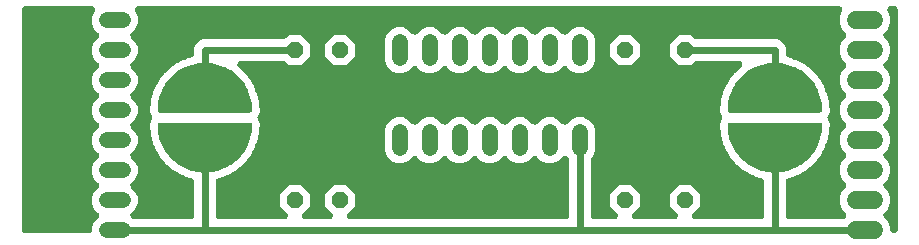
<source format=gbr>
G04 EAGLE Gerber X2 export*
G04 #@! %TF.Part,Single*
G04 #@! %TF.FileFunction,Copper,L1,Top,Mixed*
G04 #@! %TF.FilePolarity,Positive*
G04 #@! %TF.GenerationSoftware,Autodesk,EAGLE,9.0.0*
G04 #@! %TF.CreationDate,2019-08-08T19:16:13Z*
G75*
%MOMM*%
%FSLAX34Y34*%
%LPD*%
%AMOC8*
5,1,8,0,0,1.08239X$1,22.5*%
G01*
%ADD10C,1.320800*%
%ADD11P,1.429621X8X112.500000*%
%ADD12P,1.429621X8X292.500000*%
%ADD13C,1.524000*%
%ADD14C,0.609600*%

G36*
X152984Y21851D02*
X152984Y21851D01*
X153060Y21849D01*
X153229Y21871D01*
X153400Y21885D01*
X153474Y21903D01*
X153549Y21913D01*
X153713Y21962D01*
X153879Y22003D01*
X153948Y22033D01*
X154022Y22055D01*
X154175Y22131D01*
X154332Y22198D01*
X154396Y22239D01*
X154465Y22272D01*
X154604Y22371D01*
X154748Y22463D01*
X154805Y22514D01*
X154867Y22558D01*
X154988Y22678D01*
X155116Y22792D01*
X155164Y22851D01*
X155218Y22905D01*
X155319Y23043D01*
X155426Y23176D01*
X155463Y23242D01*
X155508Y23303D01*
X155585Y23456D01*
X155670Y23604D01*
X155696Y23676D01*
X155731Y23744D01*
X155782Y23906D01*
X155841Y24067D01*
X155856Y24142D01*
X155879Y24214D01*
X155891Y24319D01*
X155936Y24551D01*
X155943Y24787D01*
X155955Y24892D01*
X155955Y53808D01*
X155945Y53938D01*
X155944Y54069D01*
X155925Y54184D01*
X155915Y54300D01*
X155884Y54426D01*
X155862Y54555D01*
X155825Y54666D01*
X155797Y54779D01*
X155745Y54898D01*
X155703Y55022D01*
X155648Y55125D01*
X155602Y55232D01*
X155532Y55342D01*
X155470Y55457D01*
X155400Y55550D01*
X155337Y55648D01*
X155250Y55745D01*
X155171Y55849D01*
X155086Y55929D01*
X155008Y56016D01*
X154907Y56098D01*
X154812Y56188D01*
X154715Y56253D01*
X154624Y56326D01*
X154511Y56390D01*
X154403Y56464D01*
X154297Y56512D01*
X154196Y56570D01*
X154073Y56615D01*
X153955Y56670D01*
X153843Y56701D01*
X153733Y56742D01*
X153605Y56767D01*
X153479Y56801D01*
X153394Y56808D01*
X153249Y56836D01*
X153097Y56841D01*
X152274Y57148D01*
X151936Y57244D01*
X151857Y57270D01*
X151058Y57444D01*
X150883Y57566D01*
X150849Y57585D01*
X150818Y57609D01*
X150735Y57652D01*
X150456Y57813D01*
X150294Y57875D01*
X150210Y57918D01*
X147747Y58836D01*
X147710Y58847D01*
X147674Y58863D01*
X147582Y58883D01*
X147273Y58971D01*
X147100Y58990D01*
X147008Y59011D01*
X146796Y59034D01*
X146079Y59426D01*
X145757Y59569D01*
X145683Y59606D01*
X144917Y59892D01*
X144761Y60037D01*
X144730Y60061D01*
X144703Y60090D01*
X144626Y60144D01*
X144374Y60343D01*
X144222Y60427D01*
X144145Y60481D01*
X141838Y61741D01*
X141802Y61757D01*
X141769Y61778D01*
X141681Y61811D01*
X141387Y61942D01*
X141219Y61986D01*
X141131Y62019D01*
X140925Y62072D01*
X140270Y62562D01*
X139972Y62749D01*
X139904Y62797D01*
X139187Y63189D01*
X139053Y63355D01*
X139026Y63383D01*
X139003Y63415D01*
X138935Y63479D01*
X138713Y63712D01*
X138575Y63817D01*
X138506Y63882D01*
X136402Y65457D01*
X136369Y65478D01*
X136339Y65503D01*
X136257Y65549D01*
X135985Y65720D01*
X135825Y65787D01*
X135742Y65833D01*
X135545Y65915D01*
X134967Y66493D01*
X134699Y66720D01*
X134639Y66778D01*
X133984Y67267D01*
X133875Y67451D01*
X133853Y67483D01*
X133835Y67517D01*
X133776Y67591D01*
X133590Y67853D01*
X133468Y67977D01*
X133409Y68051D01*
X131551Y69909D01*
X131521Y69935D01*
X131495Y69964D01*
X131420Y70021D01*
X131175Y70229D01*
X131026Y70318D01*
X130951Y70375D01*
X130767Y70484D01*
X130278Y71139D01*
X130045Y71402D01*
X129993Y71467D01*
X129415Y72045D01*
X129333Y72242D01*
X129315Y72277D01*
X129302Y72314D01*
X129255Y72395D01*
X129108Y72681D01*
X129005Y72821D01*
X128957Y72902D01*
X127382Y75006D01*
X127356Y75036D01*
X127334Y75068D01*
X127268Y75135D01*
X127055Y75376D01*
X126921Y75486D01*
X126855Y75553D01*
X126689Y75687D01*
X126297Y76404D01*
X126104Y76698D01*
X126062Y76770D01*
X125572Y77425D01*
X125519Y77631D01*
X125506Y77668D01*
X125499Y77707D01*
X125463Y77794D01*
X125359Y78098D01*
X125277Y78251D01*
X125241Y78338D01*
X123981Y80645D01*
X123960Y80678D01*
X123943Y80713D01*
X123887Y80789D01*
X123711Y81057D01*
X123593Y81185D01*
X123537Y81261D01*
X123392Y81417D01*
X123106Y82183D01*
X122957Y82502D01*
X122926Y82579D01*
X122534Y83296D01*
X122511Y83508D01*
X122504Y83547D01*
X122502Y83586D01*
X122479Y83676D01*
X122419Y83993D01*
X122359Y84156D01*
X122336Y84247D01*
X121418Y86710D01*
X121401Y86745D01*
X121389Y86783D01*
X121345Y86865D01*
X121208Y87157D01*
X121110Y87300D01*
X121066Y87383D01*
X120944Y87558D01*
X120770Y88357D01*
X120668Y88693D01*
X120648Y88774D01*
X120362Y89540D01*
X120370Y89753D01*
X120368Y89792D01*
X120371Y89831D01*
X120362Y89925D01*
X120347Y90246D01*
X120312Y90416D01*
X120302Y90510D01*
X119743Y93078D01*
X119732Y93116D01*
X119726Y93154D01*
X119693Y93242D01*
X119600Y93550D01*
X119523Y93706D01*
X119491Y93794D01*
X119395Y93985D01*
X119337Y94801D01*
X119283Y95149D01*
X119275Y95231D01*
X119101Y96030D01*
X119139Y96240D01*
X119143Y96278D01*
X119152Y96317D01*
X119156Y96411D01*
X119187Y96731D01*
X119176Y96904D01*
X119180Y96998D01*
X119021Y99214D01*
X118999Y99360D01*
X118986Y99507D01*
X118965Y99580D01*
X118946Y99701D01*
X118871Y99932D01*
X118871Y101201D01*
X118860Y101337D01*
X118864Y101418D01*
X118774Y102667D01*
X118795Y102733D01*
X118803Y102808D01*
X118833Y102928D01*
X118852Y103170D01*
X119337Y104342D01*
X119379Y104472D01*
X119413Y104546D01*
X119809Y105734D01*
X119853Y105787D01*
X119890Y105853D01*
X119963Y105952D01*
X120173Y106367D01*
X120183Y106384D01*
X120262Y106574D01*
X120272Y106592D01*
X120301Y106663D01*
X120338Y106732D01*
X120393Y106892D01*
X120456Y107049D01*
X120473Y107125D01*
X120498Y107198D01*
X120526Y107366D01*
X120563Y107531D01*
X120567Y107608D01*
X120580Y107685D01*
X120581Y107854D01*
X120591Y108024D01*
X120583Y108101D01*
X120583Y108178D01*
X120557Y108346D01*
X120539Y108514D01*
X120519Y108589D01*
X120507Y108665D01*
X120454Y108826D01*
X120409Y108990D01*
X120377Y109060D01*
X120353Y109134D01*
X120298Y109239D01*
X120183Y109516D01*
X120116Y109648D01*
X120057Y109783D01*
X120014Y109845D01*
X119958Y109955D01*
X119814Y110150D01*
X119413Y111354D01*
X119360Y111480D01*
X119337Y111558D01*
X118858Y112715D01*
X118857Y112784D01*
X118841Y112858D01*
X118831Y112981D01*
X118773Y113216D01*
X118864Y114482D01*
X118862Y114619D01*
X118871Y114699D01*
X118871Y115951D01*
X118897Y116016D01*
X118910Y116090D01*
X118948Y116207D01*
X119018Y116667D01*
X119021Y116686D01*
X119180Y118902D01*
X119179Y118941D01*
X119184Y118980D01*
X119178Y119074D01*
X119175Y119395D01*
X119145Y119566D01*
X119139Y119660D01*
X119101Y119870D01*
X119275Y120669D01*
X119322Y121017D01*
X119337Y121099D01*
X119395Y121915D01*
X119491Y122106D01*
X119505Y122142D01*
X119525Y122176D01*
X119555Y122265D01*
X119675Y122563D01*
X119713Y122732D01*
X119743Y122822D01*
X120302Y125390D01*
X120307Y125429D01*
X120318Y125467D01*
X120325Y125560D01*
X120327Y125573D01*
X120335Y125615D01*
X120335Y125640D01*
X120367Y125879D01*
X120362Y126053D01*
X120370Y126147D01*
X120362Y126360D01*
X120648Y127126D01*
X120744Y127464D01*
X120770Y127543D01*
X120944Y128342D01*
X121066Y128517D01*
X121085Y128551D01*
X121109Y128582D01*
X121152Y128665D01*
X121313Y128944D01*
X121375Y129106D01*
X121418Y129190D01*
X122336Y131653D01*
X122347Y131690D01*
X122363Y131726D01*
X122383Y131818D01*
X122471Y132127D01*
X122490Y132300D01*
X122511Y132392D01*
X122534Y132604D01*
X122926Y133321D01*
X123069Y133643D01*
X123106Y133717D01*
X123392Y134483D01*
X123537Y134639D01*
X123561Y134670D01*
X123590Y134697D01*
X123644Y134774D01*
X123843Y135026D01*
X123927Y135178D01*
X123981Y135255D01*
X125241Y137562D01*
X125257Y137598D01*
X125278Y137631D01*
X125311Y137719D01*
X125442Y138013D01*
X125486Y138181D01*
X125519Y138269D01*
X125572Y138475D01*
X126062Y139130D01*
X126249Y139428D01*
X126297Y139496D01*
X126689Y140213D01*
X126855Y140347D01*
X126883Y140374D01*
X126915Y140397D01*
X126979Y140465D01*
X127212Y140687D01*
X127317Y140825D01*
X127382Y140894D01*
X128957Y142998D01*
X128978Y143031D01*
X129003Y143061D01*
X129049Y143143D01*
X129220Y143415D01*
X129287Y143575D01*
X129333Y143658D01*
X129415Y143855D01*
X129993Y144433D01*
X130221Y144701D01*
X130278Y144761D01*
X130767Y145416D01*
X130951Y145525D01*
X130983Y145547D01*
X131017Y145565D01*
X131091Y145624D01*
X131353Y145810D01*
X131477Y145932D01*
X131551Y145991D01*
X133409Y147849D01*
X133435Y147879D01*
X133464Y147905D01*
X133521Y147980D01*
X133729Y148225D01*
X133818Y148374D01*
X133875Y148449D01*
X133984Y148633D01*
X134639Y149122D01*
X134902Y149355D01*
X134967Y149407D01*
X135545Y149985D01*
X135742Y150067D01*
X135777Y150085D01*
X135814Y150098D01*
X135895Y150145D01*
X136181Y150292D01*
X136321Y150395D01*
X136402Y150443D01*
X138506Y152018D01*
X138536Y152044D01*
X138568Y152066D01*
X138635Y152132D01*
X138876Y152345D01*
X138986Y152479D01*
X139053Y152545D01*
X139187Y152711D01*
X139904Y153103D01*
X140198Y153296D01*
X140270Y153338D01*
X140925Y153828D01*
X141131Y153881D01*
X141168Y153894D01*
X141207Y153901D01*
X141294Y153937D01*
X141598Y154041D01*
X141751Y154123D01*
X141838Y154159D01*
X144145Y155419D01*
X144178Y155440D01*
X144213Y155457D01*
X144289Y155513D01*
X144557Y155689D01*
X144685Y155807D01*
X144761Y155863D01*
X144917Y156008D01*
X145683Y156294D01*
X146002Y156443D01*
X146079Y156474D01*
X146796Y156866D01*
X147008Y156889D01*
X147047Y156896D01*
X147086Y156898D01*
X147176Y156921D01*
X147493Y156981D01*
X147656Y157041D01*
X147747Y157064D01*
X150210Y157982D01*
X150245Y157999D01*
X150283Y158011D01*
X150365Y158055D01*
X150657Y158192D01*
X150800Y158290D01*
X150883Y158334D01*
X151058Y158456D01*
X151857Y158630D01*
X152193Y158732D01*
X152274Y158752D01*
X153073Y159050D01*
X153175Y159064D01*
X153292Y159069D01*
X153420Y159096D01*
X153549Y159113D01*
X153661Y159146D01*
X153775Y159170D01*
X153897Y159218D01*
X154022Y159255D01*
X154126Y159307D01*
X154235Y159349D01*
X154347Y159415D01*
X154465Y159472D01*
X154560Y159540D01*
X154660Y159599D01*
X154761Y159682D01*
X154867Y159758D01*
X154950Y159840D01*
X155039Y159914D01*
X155125Y160013D01*
X155218Y160104D01*
X155286Y160199D01*
X155363Y160287D01*
X155432Y160398D01*
X155508Y160503D01*
X155561Y160607D01*
X155622Y160706D01*
X155672Y160827D01*
X155731Y160944D01*
X155766Y161055D01*
X155810Y161162D01*
X155840Y161289D01*
X155879Y161414D01*
X155889Y161499D01*
X155922Y161643D01*
X155947Y162022D01*
X155955Y162092D01*
X155955Y166919D01*
X157347Y170280D01*
X159920Y172853D01*
X163281Y174245D01*
X231221Y174245D01*
X231335Y174254D01*
X231449Y174253D01*
X231580Y174274D01*
X231713Y174285D01*
X231823Y174312D01*
X231936Y174330D01*
X232063Y174371D01*
X232192Y174403D01*
X232296Y174448D01*
X232405Y174484D01*
X232523Y174546D01*
X232645Y174598D01*
X232741Y174659D01*
X232843Y174712D01*
X232916Y174771D01*
X233061Y174863D01*
X233303Y175079D01*
X233376Y175137D01*
X236039Y177801D01*
X246561Y177801D01*
X254001Y170361D01*
X254001Y159839D01*
X246561Y152399D01*
X236039Y152399D01*
X233376Y155063D01*
X233289Y155137D01*
X233208Y155218D01*
X233101Y155296D01*
X233000Y155382D01*
X232902Y155441D01*
X232810Y155508D01*
X232691Y155568D01*
X232577Y155637D01*
X232471Y155679D01*
X232369Y155731D01*
X232242Y155771D01*
X232119Y155820D01*
X232008Y155845D01*
X231899Y155879D01*
X231805Y155889D01*
X231637Y155927D01*
X231313Y155945D01*
X231221Y155955D01*
X195589Y155955D01*
X195580Y155955D01*
X195571Y155955D01*
X195336Y155935D01*
X195098Y155915D01*
X195089Y155913D01*
X195079Y155912D01*
X194850Y155854D01*
X194619Y155797D01*
X194610Y155793D01*
X194601Y155791D01*
X194383Y155696D01*
X194165Y155602D01*
X194158Y155597D01*
X194149Y155593D01*
X193949Y155464D01*
X193749Y155337D01*
X193742Y155331D01*
X193735Y155326D01*
X193558Y155166D01*
X193381Y155008D01*
X193376Y155001D01*
X193369Y154995D01*
X193220Y154808D01*
X193072Y154624D01*
X193067Y154616D01*
X193061Y154609D01*
X192945Y154402D01*
X192828Y154196D01*
X192824Y154187D01*
X192820Y154179D01*
X192739Y153957D01*
X192656Y153733D01*
X192654Y153724D01*
X192651Y153715D01*
X192606Y153479D01*
X192561Y153249D01*
X192561Y153240D01*
X192559Y153231D01*
X192553Y152991D01*
X192546Y152756D01*
X192547Y152747D01*
X192547Y152737D01*
X192579Y152502D01*
X192610Y152267D01*
X192613Y152258D01*
X192614Y152249D01*
X192684Y152023D01*
X192753Y151795D01*
X192757Y151786D01*
X192760Y151777D01*
X192865Y151565D01*
X192970Y151351D01*
X192975Y151344D01*
X192979Y151335D01*
X193118Y151142D01*
X193255Y150949D01*
X193262Y150942D01*
X193267Y150935D01*
X193296Y150908D01*
X193451Y150751D01*
X193483Y150714D01*
X193510Y150691D01*
X193602Y150598D01*
X193707Y150522D01*
X193764Y150468D01*
X193799Y150442D01*
X193831Y150421D01*
X193861Y150397D01*
X193933Y150357D01*
X194001Y150308D01*
X194060Y150278D01*
X194216Y150179D01*
X194375Y150112D01*
X194458Y150067D01*
X194655Y149985D01*
X195233Y149407D01*
X195501Y149179D01*
X195562Y149122D01*
X196216Y148632D01*
X196325Y148449D01*
X196347Y148417D01*
X196365Y148383D01*
X196424Y148309D01*
X196610Y148047D01*
X196732Y147923D01*
X196791Y147849D01*
X198649Y145991D01*
X198679Y145965D01*
X198705Y145936D01*
X198780Y145879D01*
X199025Y145671D01*
X199174Y145582D01*
X199249Y145525D01*
X199432Y145416D01*
X199922Y144761D01*
X200156Y144498D01*
X200207Y144433D01*
X200785Y143855D01*
X200867Y143658D01*
X200885Y143623D01*
X200898Y143586D01*
X200945Y143505D01*
X201092Y143219D01*
X201195Y143079D01*
X201243Y142998D01*
X202818Y140894D01*
X202844Y140864D01*
X202866Y140832D01*
X202931Y140765D01*
X203144Y140524D01*
X203279Y140414D01*
X203345Y140347D01*
X203511Y140213D01*
X203903Y139496D01*
X204096Y139201D01*
X204138Y139130D01*
X204628Y138475D01*
X204681Y138269D01*
X204693Y138232D01*
X204701Y138193D01*
X204737Y138106D01*
X204841Y137802D01*
X204923Y137649D01*
X204959Y137562D01*
X206219Y135255D01*
X206240Y135222D01*
X206257Y135187D01*
X206313Y135111D01*
X206489Y134843D01*
X206607Y134715D01*
X206663Y134639D01*
X206808Y134483D01*
X207094Y133717D01*
X207243Y133398D01*
X207274Y133321D01*
X207666Y132604D01*
X207689Y132392D01*
X207696Y132353D01*
X207698Y132314D01*
X207721Y132224D01*
X207781Y131907D01*
X207841Y131745D01*
X207864Y131653D01*
X208782Y129190D01*
X208799Y129154D01*
X208811Y129117D01*
X208855Y129034D01*
X208992Y128743D01*
X209090Y128600D01*
X209134Y128517D01*
X209256Y128342D01*
X209430Y127543D01*
X209532Y127206D01*
X209552Y127126D01*
X209838Y126360D01*
X209830Y126147D01*
X209832Y126108D01*
X209829Y126069D01*
X209838Y125975D01*
X209853Y125654D01*
X209888Y125484D01*
X209898Y125390D01*
X210457Y122822D01*
X210468Y122784D01*
X210474Y122746D01*
X210507Y122658D01*
X210600Y122350D01*
X210677Y122194D01*
X210709Y122106D01*
X210805Y121915D01*
X210863Y121099D01*
X210917Y120751D01*
X210925Y120669D01*
X211099Y119870D01*
X211061Y119660D01*
X211057Y119622D01*
X211048Y119583D01*
X211044Y119489D01*
X211013Y119169D01*
X211024Y118996D01*
X211020Y118902D01*
X211179Y116686D01*
X211201Y116540D01*
X211214Y116393D01*
X211235Y116321D01*
X211254Y116199D01*
X211329Y115968D01*
X211329Y114699D01*
X211340Y114563D01*
X211336Y114482D01*
X211426Y113233D01*
X211405Y113167D01*
X211397Y113092D01*
X211367Y112972D01*
X211348Y112730D01*
X210863Y111558D01*
X210821Y111428D01*
X210787Y111354D01*
X210391Y110166D01*
X210347Y110113D01*
X210310Y110047D01*
X210238Y109948D01*
X210026Y109533D01*
X210017Y109516D01*
X209938Y109325D01*
X209926Y109306D01*
X209898Y109234D01*
X209861Y109166D01*
X209806Y109006D01*
X209743Y108848D01*
X209727Y108773D01*
X209702Y108699D01*
X209673Y108532D01*
X209637Y108366D01*
X209632Y108289D01*
X209619Y108213D01*
X209618Y108043D01*
X209609Y107874D01*
X209617Y107797D01*
X209617Y107720D01*
X209643Y107552D01*
X209661Y107383D01*
X209682Y107309D01*
X209694Y107232D01*
X209747Y107071D01*
X209792Y106908D01*
X209824Y106837D01*
X209848Y106764D01*
X209903Y106659D01*
X210017Y106384D01*
X210084Y106252D01*
X210143Y106116D01*
X210186Y106055D01*
X210242Y105945D01*
X210386Y105750D01*
X210787Y104546D01*
X210840Y104420D01*
X210863Y104342D01*
X211342Y103185D01*
X211343Y103116D01*
X211359Y103042D01*
X211369Y102919D01*
X211427Y102684D01*
X211336Y101418D01*
X211338Y101281D01*
X211329Y101201D01*
X211329Y99949D01*
X211303Y99884D01*
X211290Y99810D01*
X211252Y99693D01*
X211182Y99233D01*
X211179Y99214D01*
X211020Y96998D01*
X211021Y96959D01*
X211016Y96920D01*
X211022Y96826D01*
X211025Y96505D01*
X211055Y96334D01*
X211061Y96240D01*
X211099Y96030D01*
X210925Y95231D01*
X210878Y94883D01*
X210863Y94801D01*
X210805Y93985D01*
X210709Y93794D01*
X210695Y93758D01*
X210675Y93724D01*
X210674Y93719D01*
X210611Y93550D01*
X210525Y93337D01*
X210515Y93290D01*
X210504Y93262D01*
X210484Y93158D01*
X210457Y93078D01*
X209898Y90510D01*
X209893Y90471D01*
X209882Y90433D01*
X209875Y90340D01*
X209833Y90021D01*
X209838Y89847D01*
X209830Y89753D01*
X209838Y89540D01*
X209552Y88774D01*
X209456Y88436D01*
X209430Y88357D01*
X209256Y87558D01*
X209134Y87383D01*
X209115Y87349D01*
X209091Y87318D01*
X209048Y87235D01*
X208887Y86956D01*
X208825Y86794D01*
X208782Y86710D01*
X207864Y84247D01*
X207853Y84210D01*
X207837Y84174D01*
X207817Y84082D01*
X207729Y83773D01*
X207710Y83600D01*
X207689Y83508D01*
X207666Y83296D01*
X207274Y82579D01*
X207131Y82257D01*
X207094Y82183D01*
X206808Y81417D01*
X206663Y81261D01*
X206639Y81230D01*
X206610Y81203D01*
X206556Y81126D01*
X206357Y80874D01*
X206273Y80722D01*
X206219Y80645D01*
X204959Y78338D01*
X204943Y78302D01*
X204922Y78269D01*
X204889Y78181D01*
X204758Y77887D01*
X204714Y77719D01*
X204681Y77631D01*
X204628Y77425D01*
X204138Y76770D01*
X203951Y76472D01*
X203903Y76404D01*
X203511Y75687D01*
X203345Y75553D01*
X203317Y75526D01*
X203285Y75503D01*
X203221Y75435D01*
X202988Y75213D01*
X202883Y75075D01*
X202818Y75006D01*
X201243Y72902D01*
X201222Y72869D01*
X201197Y72839D01*
X201189Y72826D01*
X201187Y72822D01*
X201131Y72725D01*
X200980Y72485D01*
X200913Y72325D01*
X200867Y72242D01*
X200785Y72045D01*
X200207Y71467D01*
X199979Y71199D01*
X199922Y71139D01*
X199433Y70484D01*
X199249Y70375D01*
X199217Y70353D01*
X199183Y70335D01*
X199109Y70276D01*
X198847Y70090D01*
X198723Y69968D01*
X198649Y69909D01*
X196791Y68051D01*
X196765Y68021D01*
X196736Y67995D01*
X196679Y67920D01*
X196471Y67675D01*
X196382Y67526D01*
X196325Y67451D01*
X196216Y67267D01*
X195561Y66778D01*
X195298Y66545D01*
X195233Y66493D01*
X194655Y65915D01*
X194458Y65833D01*
X194423Y65815D01*
X194386Y65802D01*
X194305Y65755D01*
X194019Y65608D01*
X193879Y65505D01*
X193798Y65457D01*
X191694Y63882D01*
X191664Y63856D01*
X191632Y63834D01*
X191565Y63768D01*
X191324Y63555D01*
X191214Y63421D01*
X191147Y63355D01*
X191013Y63189D01*
X190296Y62797D01*
X190002Y62604D01*
X189930Y62562D01*
X189275Y62072D01*
X189069Y62019D01*
X189032Y62006D01*
X188993Y61999D01*
X188906Y61963D01*
X188602Y61859D01*
X188449Y61777D01*
X188362Y61741D01*
X186055Y60481D01*
X186022Y60460D01*
X185987Y60443D01*
X185911Y60387D01*
X185643Y60211D01*
X185515Y60093D01*
X185439Y60037D01*
X185283Y59892D01*
X184517Y59606D01*
X184198Y59457D01*
X184121Y59426D01*
X183404Y59034D01*
X183192Y59011D01*
X183153Y59004D01*
X183114Y59002D01*
X183024Y58979D01*
X182707Y58919D01*
X182545Y58859D01*
X182453Y58836D01*
X179990Y57918D01*
X179954Y57901D01*
X179917Y57889D01*
X179834Y57845D01*
X179543Y57708D01*
X179400Y57610D01*
X179317Y57566D01*
X179142Y57444D01*
X178343Y57270D01*
X178007Y57168D01*
X177926Y57148D01*
X177127Y56850D01*
X177025Y56836D01*
X176908Y56831D01*
X176780Y56804D01*
X176651Y56787D01*
X176539Y56754D01*
X176425Y56730D01*
X176303Y56682D01*
X176178Y56645D01*
X176074Y56593D01*
X175965Y56551D01*
X175853Y56485D01*
X175735Y56428D01*
X175640Y56360D01*
X175540Y56301D01*
X175439Y56218D01*
X175333Y56142D01*
X175250Y56060D01*
X175161Y55986D01*
X175075Y55887D01*
X174982Y55796D01*
X174914Y55701D01*
X174837Y55613D01*
X174768Y55502D01*
X174692Y55397D01*
X174639Y55293D01*
X174578Y55194D01*
X174528Y55073D01*
X174469Y54956D01*
X174434Y54845D01*
X174390Y54738D01*
X174360Y54611D01*
X174321Y54486D01*
X174311Y54401D01*
X174278Y54257D01*
X174253Y53878D01*
X174245Y53808D01*
X174245Y24892D01*
X174251Y24816D01*
X174249Y24740D01*
X174271Y24571D01*
X174285Y24400D01*
X174303Y24326D01*
X174313Y24251D01*
X174362Y24087D01*
X174403Y23921D01*
X174433Y23852D01*
X174455Y23778D01*
X174531Y23625D01*
X174598Y23468D01*
X174639Y23404D01*
X174672Y23335D01*
X174771Y23196D01*
X174863Y23052D01*
X174914Y22995D01*
X174958Y22933D01*
X175078Y22812D01*
X175192Y22684D01*
X175251Y22636D01*
X175305Y22582D01*
X175443Y22481D01*
X175576Y22374D01*
X175642Y22337D01*
X175703Y22292D01*
X175856Y22215D01*
X176004Y22130D01*
X176076Y22104D01*
X176144Y22069D01*
X176307Y22018D01*
X176467Y21959D01*
X176542Y21944D01*
X176614Y21921D01*
X176719Y21909D01*
X176951Y21864D01*
X177187Y21857D01*
X177292Y21845D01*
X232237Y21845D01*
X232275Y21848D01*
X232313Y21846D01*
X232521Y21868D01*
X232729Y21885D01*
X232766Y21894D01*
X232804Y21898D01*
X233005Y21953D01*
X233208Y22003D01*
X233243Y22018D01*
X233279Y22029D01*
X233469Y22116D01*
X233661Y22198D01*
X233693Y22218D01*
X233728Y22234D01*
X233901Y22351D01*
X234077Y22463D01*
X234105Y22488D01*
X234137Y22510D01*
X234289Y22653D01*
X234445Y22792D01*
X234469Y22821D01*
X234497Y22847D01*
X234624Y23013D01*
X234755Y23176D01*
X234774Y23209D01*
X234797Y23239D01*
X234896Y23423D01*
X234999Y23604D01*
X235012Y23640D01*
X235030Y23674D01*
X235098Y23871D01*
X235170Y24067D01*
X235178Y24104D01*
X235190Y24140D01*
X235225Y24347D01*
X235265Y24551D01*
X235266Y24589D01*
X235273Y24627D01*
X235274Y24836D01*
X235280Y25044D01*
X235276Y25082D01*
X235276Y25120D01*
X235243Y25327D01*
X235216Y25533D01*
X235205Y25570D01*
X235199Y25607D01*
X235134Y25806D01*
X235074Y26005D01*
X235057Y26040D01*
X235045Y26076D01*
X234948Y26261D01*
X234857Y26449D01*
X234835Y26480D01*
X234817Y26514D01*
X234759Y26586D01*
X234571Y26851D01*
X234450Y26973D01*
X234392Y27047D01*
X228599Y32839D01*
X228599Y43361D01*
X236039Y50801D01*
X246561Y50801D01*
X254001Y43361D01*
X254001Y32839D01*
X248208Y27047D01*
X248184Y27018D01*
X248155Y26992D01*
X248024Y26830D01*
X247889Y26671D01*
X247869Y26638D01*
X247845Y26608D01*
X247742Y26427D01*
X247634Y26248D01*
X247620Y26213D01*
X247601Y26180D01*
X247528Y25984D01*
X247451Y25790D01*
X247443Y25753D01*
X247430Y25717D01*
X247390Y25512D01*
X247344Y25308D01*
X247342Y25270D01*
X247335Y25233D01*
X247328Y25025D01*
X247317Y24816D01*
X247321Y24778D01*
X247320Y24740D01*
X247347Y24533D01*
X247369Y24325D01*
X247379Y24289D01*
X247384Y24251D01*
X247444Y24051D01*
X247500Y23850D01*
X247515Y23815D01*
X247526Y23778D01*
X247618Y23591D01*
X247705Y23401D01*
X247727Y23369D01*
X247743Y23335D01*
X247864Y23166D01*
X247981Y22992D01*
X248007Y22964D01*
X248029Y22933D01*
X248175Y22785D01*
X248318Y22632D01*
X248349Y22609D01*
X248375Y22582D01*
X248544Y22459D01*
X248710Y22332D01*
X248743Y22314D01*
X248774Y22292D01*
X248961Y22198D01*
X249145Y22099D01*
X249181Y22086D01*
X249215Y22069D01*
X249413Y22007D01*
X249611Y21939D01*
X249649Y21933D01*
X249685Y21921D01*
X249778Y21911D01*
X250098Y21856D01*
X250270Y21855D01*
X250363Y21845D01*
X270337Y21845D01*
X270375Y21848D01*
X270413Y21846D01*
X270621Y21868D01*
X270829Y21885D01*
X270866Y21894D01*
X270904Y21898D01*
X271105Y21953D01*
X271308Y22003D01*
X271343Y22018D01*
X271379Y22029D01*
X271569Y22116D01*
X271761Y22198D01*
X271793Y22218D01*
X271828Y22234D01*
X272001Y22351D01*
X272177Y22463D01*
X272205Y22488D01*
X272237Y22510D01*
X272389Y22653D01*
X272545Y22792D01*
X272569Y22821D01*
X272597Y22847D01*
X272724Y23013D01*
X272855Y23176D01*
X272874Y23209D01*
X272897Y23239D01*
X272996Y23423D01*
X273099Y23604D01*
X273112Y23640D01*
X273130Y23674D01*
X273198Y23871D01*
X273270Y24067D01*
X273278Y24104D01*
X273290Y24140D01*
X273325Y24347D01*
X273365Y24551D01*
X273366Y24589D01*
X273373Y24627D01*
X273374Y24836D01*
X273380Y25044D01*
X273376Y25082D01*
X273376Y25120D01*
X273343Y25327D01*
X273316Y25533D01*
X273305Y25570D01*
X273299Y25607D01*
X273234Y25806D01*
X273174Y26005D01*
X273157Y26040D01*
X273145Y26076D01*
X273048Y26261D01*
X272957Y26449D01*
X272935Y26480D01*
X272917Y26514D01*
X272859Y26586D01*
X272671Y26851D01*
X272550Y26973D01*
X272492Y27047D01*
X266699Y32839D01*
X266699Y43361D01*
X274139Y50801D01*
X284661Y50801D01*
X292101Y43361D01*
X292101Y32839D01*
X286308Y27047D01*
X286284Y27018D01*
X286255Y26992D01*
X286124Y26830D01*
X285989Y26671D01*
X285969Y26638D01*
X285945Y26608D01*
X285842Y26427D01*
X285734Y26248D01*
X285720Y26213D01*
X285701Y26180D01*
X285628Y25984D01*
X285551Y25790D01*
X285543Y25753D01*
X285530Y25717D01*
X285490Y25512D01*
X285444Y25308D01*
X285442Y25270D01*
X285435Y25233D01*
X285428Y25025D01*
X285417Y24816D01*
X285421Y24778D01*
X285420Y24740D01*
X285447Y24533D01*
X285469Y24325D01*
X285479Y24289D01*
X285484Y24251D01*
X285544Y24051D01*
X285600Y23850D01*
X285615Y23815D01*
X285626Y23778D01*
X285718Y23591D01*
X285805Y23401D01*
X285827Y23369D01*
X285843Y23335D01*
X285964Y23166D01*
X286081Y22992D01*
X286107Y22964D01*
X286129Y22933D01*
X286275Y22785D01*
X286418Y22632D01*
X286449Y22609D01*
X286475Y22582D01*
X286644Y22459D01*
X286810Y22332D01*
X286843Y22314D01*
X286874Y22292D01*
X287061Y22198D01*
X287245Y22099D01*
X287281Y22086D01*
X287315Y22069D01*
X287513Y22007D01*
X287711Y21939D01*
X287749Y21933D01*
X287785Y21921D01*
X287878Y21911D01*
X288198Y21856D01*
X288370Y21855D01*
X288463Y21845D01*
X470408Y21845D01*
X470484Y21851D01*
X470560Y21849D01*
X470729Y21871D01*
X470900Y21885D01*
X470974Y21903D01*
X471049Y21913D01*
X471213Y21962D01*
X471379Y22003D01*
X471448Y22033D01*
X471522Y22055D01*
X471675Y22131D01*
X471832Y22198D01*
X471896Y22239D01*
X471965Y22272D01*
X472104Y22371D01*
X472248Y22463D01*
X472305Y22514D01*
X472367Y22558D01*
X472488Y22678D01*
X472616Y22792D01*
X472664Y22851D01*
X472718Y22905D01*
X472819Y23043D01*
X472926Y23176D01*
X472963Y23242D01*
X473008Y23303D01*
X473085Y23456D01*
X473170Y23604D01*
X473196Y23676D01*
X473231Y23744D01*
X473282Y23906D01*
X473341Y24067D01*
X473356Y24142D01*
X473379Y24214D01*
X473391Y24319D01*
X473436Y24551D01*
X473443Y24787D01*
X473455Y24892D01*
X473455Y72217D01*
X473446Y72331D01*
X473447Y72445D01*
X473426Y72576D01*
X473415Y72709D01*
X473388Y72819D01*
X473370Y72932D01*
X473329Y73059D01*
X473297Y73188D01*
X473252Y73292D01*
X473216Y73401D01*
X473154Y73519D01*
X473102Y73641D01*
X473041Y73737D01*
X472988Y73839D01*
X472929Y73912D01*
X472837Y74057D01*
X472621Y74299D01*
X472563Y74372D01*
X472055Y74880D01*
X471997Y74929D01*
X471945Y74985D01*
X471809Y75089D01*
X471679Y75199D01*
X471613Y75239D01*
X471553Y75285D01*
X471403Y75365D01*
X471256Y75454D01*
X471185Y75482D01*
X471118Y75518D01*
X470957Y75574D01*
X470798Y75637D01*
X470724Y75653D01*
X470652Y75678D01*
X470483Y75707D01*
X470317Y75744D01*
X470240Y75748D01*
X470165Y75761D01*
X469994Y75762D01*
X469824Y75771D01*
X469748Y75763D01*
X469672Y75764D01*
X469503Y75737D01*
X469333Y75719D01*
X469260Y75699D01*
X469185Y75687D01*
X469022Y75634D01*
X468858Y75588D01*
X468788Y75557D01*
X468716Y75533D01*
X468565Y75454D01*
X468409Y75383D01*
X468346Y75340D01*
X468278Y75305D01*
X468196Y75239D01*
X468000Y75107D01*
X467828Y74945D01*
X467745Y74880D01*
X464394Y71529D01*
X459726Y69595D01*
X454674Y69595D01*
X450006Y71529D01*
X446655Y74880D01*
X446597Y74929D01*
X446545Y74985D01*
X446409Y75088D01*
X446279Y75199D01*
X446213Y75239D01*
X446153Y75285D01*
X446003Y75366D01*
X445856Y75454D01*
X445786Y75482D01*
X445718Y75518D01*
X445557Y75574D01*
X445398Y75637D01*
X445324Y75653D01*
X445252Y75678D01*
X445083Y75707D01*
X444917Y75744D01*
X444840Y75748D01*
X444765Y75761D01*
X444594Y75762D01*
X444424Y75771D01*
X444348Y75763D01*
X444272Y75764D01*
X444103Y75737D01*
X443933Y75719D01*
X443860Y75699D01*
X443785Y75687D01*
X443622Y75634D01*
X443458Y75588D01*
X443388Y75557D01*
X443316Y75533D01*
X443164Y75454D01*
X443009Y75383D01*
X442946Y75340D01*
X442878Y75305D01*
X442796Y75239D01*
X442600Y75107D01*
X442427Y74945D01*
X442345Y74880D01*
X438994Y71529D01*
X434326Y69595D01*
X429274Y69595D01*
X424606Y71529D01*
X421255Y74880D01*
X421197Y74929D01*
X421144Y74985D01*
X421009Y75089D01*
X420879Y75199D01*
X420814Y75239D01*
X420753Y75285D01*
X420603Y75366D01*
X420456Y75454D01*
X420385Y75482D01*
X420318Y75518D01*
X420157Y75574D01*
X419998Y75637D01*
X419924Y75653D01*
X419852Y75678D01*
X419683Y75707D01*
X419516Y75744D01*
X419440Y75748D01*
X419365Y75761D01*
X419194Y75762D01*
X419024Y75771D01*
X418948Y75763D01*
X418872Y75764D01*
X418703Y75737D01*
X418533Y75719D01*
X418460Y75699D01*
X418385Y75687D01*
X418222Y75634D01*
X418058Y75588D01*
X417988Y75557D01*
X417916Y75533D01*
X417765Y75454D01*
X417609Y75383D01*
X417546Y75340D01*
X417478Y75305D01*
X417396Y75239D01*
X417200Y75107D01*
X417028Y74945D01*
X416945Y74880D01*
X413594Y71529D01*
X408926Y69595D01*
X403874Y69595D01*
X399206Y71529D01*
X395855Y74880D01*
X395797Y74929D01*
X395744Y74985D01*
X395609Y75089D01*
X395479Y75199D01*
X395414Y75239D01*
X395353Y75285D01*
X395203Y75366D01*
X395056Y75454D01*
X394985Y75482D01*
X394918Y75518D01*
X394757Y75574D01*
X394598Y75637D01*
X394524Y75653D01*
X394452Y75678D01*
X394283Y75707D01*
X394116Y75744D01*
X394040Y75748D01*
X393965Y75761D01*
X393794Y75762D01*
X393624Y75771D01*
X393548Y75763D01*
X393472Y75764D01*
X393303Y75737D01*
X393133Y75719D01*
X393060Y75699D01*
X392985Y75687D01*
X392822Y75634D01*
X392658Y75588D01*
X392588Y75557D01*
X392516Y75533D01*
X392365Y75454D01*
X392209Y75383D01*
X392146Y75340D01*
X392078Y75305D01*
X391996Y75239D01*
X391800Y75107D01*
X391628Y74945D01*
X391545Y74880D01*
X388194Y71529D01*
X383526Y69595D01*
X378474Y69595D01*
X373806Y71529D01*
X370455Y74880D01*
X370397Y74929D01*
X370344Y74985D01*
X370209Y75089D01*
X370079Y75199D01*
X370014Y75239D01*
X369953Y75285D01*
X369803Y75366D01*
X369656Y75454D01*
X369585Y75482D01*
X369518Y75518D01*
X369357Y75574D01*
X369198Y75637D01*
X369124Y75653D01*
X369052Y75678D01*
X368883Y75707D01*
X368716Y75744D01*
X368640Y75748D01*
X368565Y75761D01*
X368394Y75762D01*
X368224Y75771D01*
X368148Y75763D01*
X368072Y75764D01*
X367903Y75737D01*
X367733Y75719D01*
X367660Y75699D01*
X367585Y75687D01*
X367422Y75634D01*
X367258Y75588D01*
X367188Y75557D01*
X367116Y75533D01*
X366965Y75454D01*
X366809Y75383D01*
X366746Y75340D01*
X366678Y75305D01*
X366596Y75239D01*
X366400Y75107D01*
X366228Y74945D01*
X366145Y74880D01*
X362794Y71529D01*
X358126Y69595D01*
X353074Y69595D01*
X348406Y71529D01*
X345055Y74880D01*
X344997Y74929D01*
X344944Y74985D01*
X344809Y75089D01*
X344679Y75199D01*
X344614Y75239D01*
X344553Y75285D01*
X344403Y75366D01*
X344256Y75454D01*
X344185Y75482D01*
X344118Y75518D01*
X343957Y75574D01*
X343798Y75637D01*
X343724Y75653D01*
X343652Y75678D01*
X343483Y75707D01*
X343316Y75744D01*
X343240Y75748D01*
X343165Y75761D01*
X342994Y75762D01*
X342824Y75771D01*
X342748Y75763D01*
X342672Y75764D01*
X342503Y75737D01*
X342333Y75719D01*
X342260Y75699D01*
X342185Y75687D01*
X342022Y75634D01*
X341858Y75588D01*
X341788Y75557D01*
X341716Y75533D01*
X341565Y75454D01*
X341409Y75383D01*
X341346Y75340D01*
X341278Y75305D01*
X341196Y75239D01*
X341000Y75107D01*
X340828Y74945D01*
X340745Y74880D01*
X337394Y71529D01*
X332726Y69595D01*
X327674Y69595D01*
X323006Y71529D01*
X319433Y75102D01*
X317499Y79770D01*
X317499Y98030D01*
X319433Y102698D01*
X323006Y106271D01*
X327674Y108205D01*
X332726Y108205D01*
X337394Y106271D01*
X340745Y102920D01*
X340803Y102871D01*
X340855Y102815D01*
X340991Y102712D01*
X341121Y102601D01*
X341187Y102561D01*
X341247Y102515D01*
X341397Y102434D01*
X341544Y102346D01*
X341614Y102318D01*
X341682Y102282D01*
X341843Y102226D01*
X342002Y102163D01*
X342076Y102147D01*
X342148Y102122D01*
X342317Y102093D01*
X342483Y102056D01*
X342560Y102052D01*
X342635Y102039D01*
X342806Y102038D01*
X342976Y102029D01*
X343052Y102037D01*
X343128Y102036D01*
X343297Y102063D01*
X343467Y102081D01*
X343540Y102101D01*
X343615Y102113D01*
X343778Y102166D01*
X343942Y102212D01*
X344012Y102243D01*
X344084Y102267D01*
X344236Y102346D01*
X344391Y102417D01*
X344454Y102460D01*
X344522Y102495D01*
X344604Y102561D01*
X344800Y102693D01*
X344973Y102855D01*
X345055Y102920D01*
X348406Y106271D01*
X353074Y108205D01*
X358126Y108205D01*
X362794Y106271D01*
X366145Y102920D01*
X366203Y102871D01*
X366255Y102815D01*
X366391Y102712D01*
X366521Y102601D01*
X366587Y102561D01*
X366647Y102515D01*
X366797Y102434D01*
X366944Y102346D01*
X367014Y102318D01*
X367082Y102282D01*
X367243Y102226D01*
X367402Y102163D01*
X367476Y102147D01*
X367548Y102122D01*
X367717Y102093D01*
X367883Y102056D01*
X367960Y102052D01*
X368035Y102039D01*
X368206Y102038D01*
X368376Y102029D01*
X368452Y102037D01*
X368528Y102036D01*
X368697Y102063D01*
X368867Y102081D01*
X368940Y102101D01*
X369015Y102113D01*
X369178Y102166D01*
X369342Y102212D01*
X369412Y102243D01*
X369484Y102267D01*
X369636Y102346D01*
X369791Y102417D01*
X369854Y102460D01*
X369922Y102495D01*
X370004Y102561D01*
X370200Y102693D01*
X370373Y102855D01*
X370455Y102920D01*
X373806Y106271D01*
X378474Y108205D01*
X383526Y108205D01*
X388194Y106271D01*
X391545Y102920D01*
X391603Y102871D01*
X391655Y102815D01*
X391791Y102712D01*
X391921Y102601D01*
X391987Y102561D01*
X392047Y102515D01*
X392197Y102434D01*
X392344Y102346D01*
X392414Y102318D01*
X392482Y102282D01*
X392643Y102226D01*
X392802Y102163D01*
X392876Y102147D01*
X392948Y102122D01*
X393117Y102093D01*
X393283Y102056D01*
X393360Y102052D01*
X393435Y102039D01*
X393606Y102038D01*
X393776Y102029D01*
X393852Y102037D01*
X393928Y102036D01*
X394097Y102063D01*
X394267Y102081D01*
X394340Y102101D01*
X394415Y102113D01*
X394578Y102166D01*
X394742Y102212D01*
X394812Y102243D01*
X394884Y102267D01*
X395036Y102346D01*
X395191Y102417D01*
X395254Y102460D01*
X395322Y102495D01*
X395404Y102561D01*
X395600Y102693D01*
X395773Y102855D01*
X395855Y102920D01*
X399206Y106271D01*
X403874Y108205D01*
X408926Y108205D01*
X413594Y106271D01*
X416945Y102920D01*
X417003Y102871D01*
X417055Y102815D01*
X417191Y102712D01*
X417321Y102601D01*
X417387Y102561D01*
X417447Y102515D01*
X417597Y102434D01*
X417744Y102346D01*
X417814Y102318D01*
X417882Y102282D01*
X418043Y102226D01*
X418202Y102163D01*
X418276Y102147D01*
X418348Y102122D01*
X418517Y102093D01*
X418683Y102056D01*
X418760Y102052D01*
X418835Y102039D01*
X419006Y102038D01*
X419176Y102029D01*
X419252Y102037D01*
X419328Y102036D01*
X419497Y102063D01*
X419667Y102081D01*
X419740Y102101D01*
X419815Y102113D01*
X419978Y102166D01*
X420142Y102212D01*
X420212Y102243D01*
X420284Y102267D01*
X420436Y102346D01*
X420591Y102417D01*
X420654Y102460D01*
X420722Y102495D01*
X420804Y102561D01*
X421000Y102693D01*
X421173Y102855D01*
X421255Y102920D01*
X424606Y106271D01*
X429274Y108205D01*
X434326Y108205D01*
X438994Y106271D01*
X442345Y102920D01*
X442403Y102871D01*
X442456Y102815D01*
X442591Y102711D01*
X442721Y102601D01*
X442786Y102561D01*
X442847Y102515D01*
X442997Y102434D01*
X443144Y102346D01*
X443215Y102318D01*
X443282Y102282D01*
X443443Y102226D01*
X443602Y102163D01*
X443676Y102147D01*
X443748Y102122D01*
X443917Y102093D01*
X444084Y102056D01*
X444160Y102052D01*
X444235Y102039D01*
X444406Y102038D01*
X444576Y102029D01*
X444652Y102037D01*
X444728Y102036D01*
X444897Y102063D01*
X445067Y102081D01*
X445140Y102101D01*
X445215Y102113D01*
X445378Y102166D01*
X445542Y102212D01*
X445612Y102243D01*
X445684Y102267D01*
X445835Y102346D01*
X445991Y102417D01*
X446054Y102460D01*
X446122Y102495D01*
X446204Y102561D01*
X446400Y102693D01*
X446572Y102855D01*
X446655Y102920D01*
X450006Y106271D01*
X454674Y108205D01*
X459726Y108205D01*
X464394Y106271D01*
X467745Y102920D01*
X467803Y102871D01*
X467856Y102815D01*
X467991Y102711D01*
X468121Y102601D01*
X468186Y102561D01*
X468247Y102515D01*
X468397Y102434D01*
X468544Y102346D01*
X468615Y102318D01*
X468682Y102282D01*
X468843Y102226D01*
X469002Y102163D01*
X469076Y102147D01*
X469148Y102122D01*
X469317Y102093D01*
X469484Y102056D01*
X469560Y102052D01*
X469635Y102039D01*
X469806Y102038D01*
X469976Y102029D01*
X470052Y102037D01*
X470128Y102036D01*
X470297Y102063D01*
X470467Y102081D01*
X470540Y102101D01*
X470615Y102113D01*
X470778Y102166D01*
X470942Y102212D01*
X471012Y102243D01*
X471084Y102267D01*
X471235Y102346D01*
X471391Y102417D01*
X471454Y102460D01*
X471522Y102495D01*
X471604Y102561D01*
X471800Y102693D01*
X471972Y102855D01*
X472055Y102920D01*
X475406Y106271D01*
X480074Y108205D01*
X485126Y108205D01*
X489794Y106271D01*
X493367Y102698D01*
X495301Y98030D01*
X495301Y79770D01*
X493367Y75102D01*
X492637Y74372D01*
X492563Y74285D01*
X492482Y74204D01*
X492404Y74097D01*
X492318Y73996D01*
X492259Y73898D01*
X492192Y73806D01*
X492132Y73687D01*
X492063Y73573D01*
X492021Y73467D01*
X491969Y73365D01*
X491929Y73239D01*
X491880Y73115D01*
X491855Y73004D01*
X491821Y72895D01*
X491811Y72801D01*
X491773Y72634D01*
X491755Y72309D01*
X491745Y72217D01*
X491745Y24892D01*
X491751Y24816D01*
X491749Y24740D01*
X491771Y24571D01*
X491785Y24400D01*
X491803Y24326D01*
X491813Y24251D01*
X491862Y24087D01*
X491903Y23921D01*
X491933Y23852D01*
X491955Y23778D01*
X492031Y23625D01*
X492098Y23468D01*
X492139Y23404D01*
X492172Y23335D01*
X492271Y23196D01*
X492363Y23052D01*
X492414Y22995D01*
X492458Y22933D01*
X492578Y22812D01*
X492692Y22684D01*
X492751Y22636D01*
X492805Y22582D01*
X492943Y22481D01*
X493076Y22374D01*
X493142Y22337D01*
X493203Y22292D01*
X493356Y22215D01*
X493504Y22130D01*
X493576Y22104D01*
X493644Y22069D01*
X493807Y22018D01*
X493967Y21959D01*
X494042Y21944D01*
X494114Y21921D01*
X494219Y21909D01*
X494451Y21864D01*
X494687Y21857D01*
X494792Y21845D01*
X511637Y21845D01*
X511675Y21848D01*
X511713Y21846D01*
X511921Y21868D01*
X512129Y21885D01*
X512166Y21894D01*
X512204Y21898D01*
X512405Y21953D01*
X512608Y22003D01*
X512643Y22018D01*
X512679Y22029D01*
X512869Y22116D01*
X513061Y22198D01*
X513093Y22218D01*
X513128Y22234D01*
X513301Y22351D01*
X513477Y22463D01*
X513505Y22488D01*
X513537Y22510D01*
X513689Y22653D01*
X513845Y22792D01*
X513869Y22821D01*
X513897Y22847D01*
X514024Y23013D01*
X514155Y23176D01*
X514174Y23209D01*
X514197Y23239D01*
X514296Y23423D01*
X514399Y23604D01*
X514412Y23640D01*
X514430Y23674D01*
X514498Y23871D01*
X514570Y24067D01*
X514578Y24104D01*
X514590Y24140D01*
X514625Y24347D01*
X514665Y24551D01*
X514666Y24589D01*
X514673Y24627D01*
X514674Y24836D01*
X514680Y25044D01*
X514676Y25082D01*
X514676Y25120D01*
X514643Y25327D01*
X514616Y25533D01*
X514605Y25570D01*
X514599Y25607D01*
X514534Y25806D01*
X514474Y26005D01*
X514457Y26040D01*
X514445Y26076D01*
X514348Y26261D01*
X514257Y26449D01*
X514235Y26480D01*
X514217Y26514D01*
X514159Y26586D01*
X513971Y26851D01*
X513850Y26973D01*
X513792Y27047D01*
X507999Y32839D01*
X507999Y43361D01*
X515439Y50801D01*
X525961Y50801D01*
X533401Y43361D01*
X533401Y32839D01*
X527608Y27047D01*
X527584Y27018D01*
X527555Y26992D01*
X527424Y26830D01*
X527289Y26671D01*
X527269Y26638D01*
X527245Y26608D01*
X527142Y26427D01*
X527034Y26248D01*
X527020Y26213D01*
X527001Y26180D01*
X526928Y25984D01*
X526851Y25790D01*
X526843Y25753D01*
X526830Y25717D01*
X526790Y25512D01*
X526744Y25308D01*
X526742Y25270D01*
X526735Y25233D01*
X526728Y25025D01*
X526717Y24816D01*
X526721Y24778D01*
X526720Y24740D01*
X526747Y24533D01*
X526769Y24325D01*
X526779Y24289D01*
X526784Y24251D01*
X526844Y24051D01*
X526900Y23850D01*
X526915Y23815D01*
X526926Y23778D01*
X527018Y23591D01*
X527105Y23401D01*
X527127Y23369D01*
X527143Y23335D01*
X527264Y23166D01*
X527381Y22992D01*
X527407Y22964D01*
X527429Y22933D01*
X527575Y22785D01*
X527718Y22632D01*
X527749Y22609D01*
X527775Y22582D01*
X527944Y22459D01*
X528110Y22332D01*
X528143Y22314D01*
X528174Y22292D01*
X528361Y22198D01*
X528545Y22099D01*
X528581Y22086D01*
X528615Y22069D01*
X528813Y22007D01*
X529011Y21939D01*
X529049Y21933D01*
X529085Y21921D01*
X529178Y21911D01*
X529498Y21856D01*
X529670Y21855D01*
X529763Y21845D01*
X562437Y21845D01*
X562475Y21848D01*
X562513Y21846D01*
X562721Y21868D01*
X562929Y21885D01*
X562966Y21894D01*
X563004Y21898D01*
X563205Y21953D01*
X563408Y22003D01*
X563443Y22018D01*
X563479Y22029D01*
X563669Y22116D01*
X563861Y22198D01*
X563893Y22218D01*
X563928Y22234D01*
X564101Y22351D01*
X564277Y22463D01*
X564305Y22488D01*
X564337Y22510D01*
X564489Y22653D01*
X564645Y22792D01*
X564669Y22821D01*
X564697Y22847D01*
X564824Y23013D01*
X564955Y23176D01*
X564974Y23209D01*
X564997Y23239D01*
X565096Y23423D01*
X565199Y23604D01*
X565212Y23640D01*
X565230Y23674D01*
X565298Y23871D01*
X565370Y24067D01*
X565378Y24104D01*
X565390Y24140D01*
X565425Y24347D01*
X565465Y24551D01*
X565466Y24589D01*
X565473Y24627D01*
X565474Y24836D01*
X565480Y25044D01*
X565476Y25082D01*
X565476Y25120D01*
X565443Y25327D01*
X565416Y25533D01*
X565405Y25570D01*
X565399Y25607D01*
X565334Y25806D01*
X565274Y26005D01*
X565257Y26040D01*
X565245Y26076D01*
X565148Y26261D01*
X565057Y26449D01*
X565035Y26480D01*
X565017Y26514D01*
X564959Y26586D01*
X564771Y26851D01*
X564650Y26973D01*
X564592Y27047D01*
X558799Y32839D01*
X558799Y43361D01*
X566239Y50801D01*
X576761Y50801D01*
X584201Y43361D01*
X584201Y32839D01*
X578408Y27047D01*
X578384Y27018D01*
X578355Y26992D01*
X578224Y26830D01*
X578089Y26671D01*
X578069Y26638D01*
X578045Y26608D01*
X577942Y26427D01*
X577834Y26248D01*
X577820Y26213D01*
X577801Y26180D01*
X577728Y25984D01*
X577651Y25790D01*
X577643Y25753D01*
X577630Y25717D01*
X577590Y25512D01*
X577544Y25308D01*
X577542Y25270D01*
X577535Y25233D01*
X577528Y25025D01*
X577517Y24816D01*
X577521Y24778D01*
X577520Y24740D01*
X577547Y24533D01*
X577569Y24325D01*
X577579Y24289D01*
X577584Y24251D01*
X577644Y24051D01*
X577700Y23850D01*
X577715Y23815D01*
X577726Y23778D01*
X577818Y23591D01*
X577905Y23401D01*
X577927Y23369D01*
X577943Y23335D01*
X578064Y23166D01*
X578181Y22992D01*
X578207Y22964D01*
X578229Y22933D01*
X578375Y22785D01*
X578518Y22632D01*
X578549Y22609D01*
X578575Y22582D01*
X578744Y22459D01*
X578910Y22332D01*
X578943Y22314D01*
X578974Y22292D01*
X579161Y22198D01*
X579345Y22099D01*
X579381Y22086D01*
X579415Y22069D01*
X579613Y22007D01*
X579811Y21939D01*
X579849Y21933D01*
X579885Y21921D01*
X579978Y21911D01*
X580298Y21856D01*
X580470Y21855D01*
X580563Y21845D01*
X635508Y21845D01*
X635584Y21851D01*
X635660Y21849D01*
X635829Y21871D01*
X636000Y21885D01*
X636074Y21903D01*
X636149Y21913D01*
X636313Y21962D01*
X636479Y22003D01*
X636548Y22033D01*
X636622Y22055D01*
X636775Y22131D01*
X636932Y22198D01*
X636996Y22239D01*
X637065Y22272D01*
X637204Y22371D01*
X637348Y22463D01*
X637405Y22514D01*
X637467Y22558D01*
X637588Y22678D01*
X637716Y22792D01*
X637764Y22851D01*
X637818Y22905D01*
X637919Y23043D01*
X638026Y23176D01*
X638063Y23242D01*
X638108Y23303D01*
X638185Y23456D01*
X638270Y23604D01*
X638296Y23676D01*
X638331Y23744D01*
X638382Y23906D01*
X638441Y24067D01*
X638456Y24142D01*
X638479Y24214D01*
X638491Y24319D01*
X638536Y24551D01*
X638543Y24787D01*
X638555Y24892D01*
X638555Y53808D01*
X638545Y53938D01*
X638544Y54069D01*
X638525Y54184D01*
X638515Y54300D01*
X638484Y54426D01*
X638462Y54555D01*
X638425Y54666D01*
X638397Y54779D01*
X638345Y54898D01*
X638303Y55022D01*
X638248Y55125D01*
X638202Y55232D01*
X638132Y55342D01*
X638070Y55457D01*
X638000Y55550D01*
X637937Y55648D01*
X637850Y55745D01*
X637771Y55849D01*
X637686Y55929D01*
X637608Y56016D01*
X637507Y56098D01*
X637412Y56188D01*
X637315Y56253D01*
X637224Y56326D01*
X637111Y56390D01*
X637003Y56464D01*
X636897Y56512D01*
X636796Y56570D01*
X636673Y56615D01*
X636555Y56670D01*
X636443Y56701D01*
X636333Y56742D01*
X636205Y56767D01*
X636079Y56801D01*
X635994Y56808D01*
X635849Y56836D01*
X635697Y56841D01*
X634874Y57148D01*
X634536Y57244D01*
X634457Y57270D01*
X633658Y57444D01*
X633483Y57566D01*
X633449Y57585D01*
X633418Y57609D01*
X633335Y57652D01*
X633056Y57813D01*
X632894Y57875D01*
X632810Y57918D01*
X630347Y58836D01*
X630310Y58847D01*
X630274Y58863D01*
X630182Y58883D01*
X629873Y58971D01*
X629700Y58990D01*
X629608Y59011D01*
X629396Y59034D01*
X628679Y59426D01*
X628357Y59569D01*
X628283Y59606D01*
X627517Y59892D01*
X627361Y60037D01*
X627330Y60061D01*
X627303Y60090D01*
X627226Y60144D01*
X626974Y60343D01*
X626822Y60427D01*
X626745Y60481D01*
X624438Y61741D01*
X624402Y61757D01*
X624369Y61778D01*
X624281Y61811D01*
X623987Y61942D01*
X623819Y61986D01*
X623731Y62019D01*
X623525Y62072D01*
X622870Y62562D01*
X622572Y62749D01*
X622504Y62797D01*
X621787Y63189D01*
X621653Y63355D01*
X621626Y63383D01*
X621603Y63415D01*
X621535Y63479D01*
X621313Y63712D01*
X621175Y63817D01*
X621106Y63882D01*
X619002Y65457D01*
X618969Y65478D01*
X618939Y65503D01*
X618857Y65549D01*
X618585Y65720D01*
X618425Y65787D01*
X618342Y65833D01*
X618145Y65915D01*
X617567Y66493D01*
X617299Y66720D01*
X617239Y66778D01*
X616584Y67267D01*
X616475Y67451D01*
X616453Y67483D01*
X616435Y67517D01*
X616376Y67591D01*
X616190Y67853D01*
X616068Y67977D01*
X616009Y68051D01*
X614151Y69909D01*
X614121Y69935D01*
X614095Y69964D01*
X614020Y70021D01*
X613775Y70229D01*
X613626Y70318D01*
X613551Y70375D01*
X613367Y70484D01*
X612878Y71139D01*
X612645Y71402D01*
X612593Y71467D01*
X612015Y72045D01*
X611933Y72242D01*
X611915Y72277D01*
X611902Y72314D01*
X611855Y72395D01*
X611708Y72681D01*
X611605Y72821D01*
X611557Y72902D01*
X609982Y75006D01*
X609956Y75036D01*
X609934Y75068D01*
X609869Y75135D01*
X609656Y75376D01*
X609521Y75486D01*
X609455Y75553D01*
X609289Y75687D01*
X608897Y76404D01*
X608704Y76698D01*
X608662Y76770D01*
X608172Y77425D01*
X608119Y77631D01*
X608106Y77668D01*
X608099Y77707D01*
X608063Y77794D01*
X607959Y78098D01*
X607877Y78251D01*
X607841Y78338D01*
X606581Y80645D01*
X606560Y80678D01*
X606543Y80713D01*
X606487Y80789D01*
X606311Y81057D01*
X606193Y81185D01*
X606137Y81261D01*
X605992Y81417D01*
X605706Y82183D01*
X605557Y82502D01*
X605526Y82579D01*
X605134Y83296D01*
X605111Y83508D01*
X605104Y83547D01*
X605102Y83586D01*
X605079Y83676D01*
X605019Y83993D01*
X604959Y84155D01*
X604936Y84247D01*
X604018Y86710D01*
X604001Y86746D01*
X603989Y86783D01*
X603945Y86866D01*
X603808Y87157D01*
X603710Y87300D01*
X603666Y87383D01*
X603544Y87558D01*
X603370Y88357D01*
X603268Y88693D01*
X603248Y88774D01*
X602962Y89540D01*
X602970Y89753D01*
X602968Y89792D01*
X602971Y89831D01*
X602962Y89925D01*
X602947Y90246D01*
X602912Y90416D01*
X602902Y90510D01*
X602343Y93078D01*
X602332Y93116D01*
X602326Y93154D01*
X602293Y93242D01*
X602200Y93550D01*
X602123Y93706D01*
X602091Y93794D01*
X601995Y93985D01*
X601937Y94801D01*
X601883Y95149D01*
X601875Y95231D01*
X601701Y96030D01*
X601739Y96240D01*
X601743Y96278D01*
X601752Y96317D01*
X601756Y96411D01*
X601787Y96731D01*
X601776Y96904D01*
X601780Y96998D01*
X601621Y99214D01*
X601599Y99360D01*
X601586Y99507D01*
X601565Y99579D01*
X601546Y99701D01*
X601471Y99932D01*
X601471Y101201D01*
X601460Y101337D01*
X601464Y101418D01*
X601374Y102667D01*
X601395Y102733D01*
X601403Y102808D01*
X601433Y102928D01*
X601452Y103170D01*
X601937Y104342D01*
X601979Y104472D01*
X602013Y104546D01*
X602409Y105734D01*
X602453Y105787D01*
X602490Y105853D01*
X602563Y105952D01*
X602773Y106366D01*
X602783Y106384D01*
X602862Y106574D01*
X602872Y106592D01*
X602901Y106663D01*
X602938Y106732D01*
X602993Y106892D01*
X603056Y107049D01*
X603073Y107125D01*
X603098Y107198D01*
X603126Y107366D01*
X603163Y107531D01*
X603167Y107608D01*
X603180Y107685D01*
X603181Y107854D01*
X603191Y108024D01*
X603183Y108101D01*
X603183Y108178D01*
X603157Y108346D01*
X603139Y108514D01*
X603119Y108589D01*
X603107Y108665D01*
X603054Y108826D01*
X603009Y108990D01*
X602977Y109060D01*
X602953Y109134D01*
X602898Y109240D01*
X602783Y109516D01*
X602716Y109648D01*
X602657Y109783D01*
X602614Y109845D01*
X602558Y109955D01*
X602414Y110150D01*
X602013Y111354D01*
X601960Y111480D01*
X601937Y111558D01*
X601458Y112715D01*
X601457Y112784D01*
X601441Y112858D01*
X601431Y112981D01*
X601373Y113216D01*
X601464Y114482D01*
X601462Y114619D01*
X601471Y114699D01*
X601471Y115951D01*
X601497Y116016D01*
X601510Y116090D01*
X601548Y116207D01*
X601617Y116666D01*
X601621Y116686D01*
X601780Y118902D01*
X601779Y118941D01*
X601784Y118980D01*
X601778Y119074D01*
X601775Y119395D01*
X601745Y119566D01*
X601739Y119660D01*
X601701Y119870D01*
X601875Y120669D01*
X601922Y121017D01*
X601937Y121099D01*
X601995Y121915D01*
X602091Y122106D01*
X602105Y122142D01*
X602125Y122176D01*
X602155Y122265D01*
X602275Y122563D01*
X602313Y122732D01*
X602343Y122822D01*
X602902Y125390D01*
X602907Y125429D01*
X602918Y125467D01*
X602925Y125560D01*
X602927Y125573D01*
X602935Y125615D01*
X602935Y125640D01*
X602967Y125879D01*
X602962Y126053D01*
X602970Y126147D01*
X602962Y126360D01*
X603248Y127126D01*
X603344Y127464D01*
X603370Y127543D01*
X603544Y128342D01*
X603666Y128517D01*
X603685Y128551D01*
X603709Y128582D01*
X603752Y128665D01*
X603913Y128944D01*
X603975Y129106D01*
X604018Y129190D01*
X604936Y131653D01*
X604947Y131690D01*
X604963Y131726D01*
X604983Y131818D01*
X605071Y132127D01*
X605090Y132300D01*
X605111Y132392D01*
X605134Y132604D01*
X605526Y133321D01*
X605669Y133643D01*
X605706Y133717D01*
X605992Y134483D01*
X606137Y134639D01*
X606161Y134670D01*
X606190Y134697D01*
X606244Y134774D01*
X606443Y135026D01*
X606527Y135178D01*
X606581Y135255D01*
X607841Y137562D01*
X607857Y137598D01*
X607878Y137631D01*
X607911Y137719D01*
X608042Y138013D01*
X608086Y138181D01*
X608119Y138269D01*
X608172Y138475D01*
X608662Y139130D01*
X608849Y139428D01*
X608897Y139496D01*
X609289Y140213D01*
X609455Y140347D01*
X609483Y140374D01*
X609515Y140397D01*
X609579Y140465D01*
X609812Y140687D01*
X609917Y140825D01*
X609982Y140894D01*
X611557Y142998D01*
X611578Y143031D01*
X611603Y143061D01*
X611649Y143143D01*
X611820Y143415D01*
X611887Y143575D01*
X611933Y143658D01*
X612015Y143855D01*
X612593Y144433D01*
X612821Y144701D01*
X612878Y144761D01*
X613367Y145416D01*
X613551Y145525D01*
X613583Y145547D01*
X613617Y145565D01*
X613691Y145624D01*
X613953Y145810D01*
X614077Y145932D01*
X614151Y145991D01*
X616009Y147849D01*
X616035Y147879D01*
X616064Y147905D01*
X616121Y147980D01*
X616329Y148225D01*
X616418Y148374D01*
X616475Y148449D01*
X616584Y148633D01*
X617239Y149122D01*
X617502Y149355D01*
X617567Y149407D01*
X618145Y149985D01*
X618342Y150067D01*
X618377Y150085D01*
X618414Y150098D01*
X618495Y150145D01*
X618601Y150200D01*
X618635Y150214D01*
X618657Y150228D01*
X618781Y150292D01*
X618921Y150395D01*
X619002Y150443D01*
X619037Y150469D01*
X619043Y150474D01*
X619051Y150479D01*
X619126Y150546D01*
X619178Y150585D01*
X619239Y150647D01*
X619407Y150795D01*
X619412Y150802D01*
X619418Y150808D01*
X619568Y150993D01*
X619719Y151177D01*
X619723Y151185D01*
X619728Y151192D01*
X619846Y151398D01*
X619965Y151605D01*
X619968Y151613D01*
X619972Y151620D01*
X620055Y151844D01*
X620139Y152066D01*
X620141Y152075D01*
X620144Y152083D01*
X620189Y152313D01*
X620237Y152550D01*
X620237Y152559D01*
X620239Y152567D01*
X620246Y152804D01*
X620255Y153043D01*
X620254Y153051D01*
X620254Y153060D01*
X620223Y153297D01*
X620193Y153532D01*
X620191Y153541D01*
X620190Y153549D01*
X620121Y153778D01*
X620053Y154005D01*
X620050Y154013D01*
X620047Y154022D01*
X619943Y154234D01*
X619839Y154450D01*
X619834Y154457D01*
X619830Y154465D01*
X619693Y154658D01*
X619556Y154854D01*
X619550Y154860D01*
X619545Y154867D01*
X619377Y155036D01*
X619211Y155207D01*
X619204Y155212D01*
X619198Y155218D01*
X619005Y155358D01*
X618814Y155499D01*
X618806Y155503D01*
X618799Y155508D01*
X618588Y155615D01*
X618375Y155724D01*
X618367Y155727D01*
X618359Y155731D01*
X618131Y155802D01*
X617905Y155875D01*
X617897Y155876D01*
X617888Y155879D01*
X617851Y155883D01*
X617417Y155948D01*
X617288Y155947D01*
X617211Y155955D01*
X581579Y155955D01*
X581465Y155946D01*
X581351Y155947D01*
X581220Y155926D01*
X581087Y155915D01*
X580977Y155888D01*
X580864Y155870D01*
X580737Y155829D01*
X580608Y155797D01*
X580504Y155752D01*
X580395Y155716D01*
X580277Y155654D01*
X580155Y155602D01*
X580059Y155541D01*
X579957Y155488D01*
X579884Y155429D01*
X579739Y155337D01*
X579497Y155121D01*
X579424Y155063D01*
X576761Y152399D01*
X566239Y152399D01*
X558799Y159839D01*
X558799Y170361D01*
X566239Y177801D01*
X576761Y177801D01*
X579424Y175137D01*
X579511Y175063D01*
X579592Y174982D01*
X579699Y174904D01*
X579800Y174818D01*
X579898Y174759D01*
X579990Y174692D01*
X580109Y174632D01*
X580223Y174563D01*
X580329Y174521D01*
X580431Y174469D01*
X580558Y174429D01*
X580681Y174380D01*
X580792Y174355D01*
X580901Y174321D01*
X580995Y174311D01*
X581162Y174273D01*
X581487Y174255D01*
X581579Y174245D01*
X649519Y174245D01*
X652880Y172853D01*
X655453Y170280D01*
X656845Y166919D01*
X656845Y162092D01*
X656855Y161962D01*
X656856Y161831D01*
X656875Y161716D01*
X656885Y161600D01*
X656916Y161474D01*
X656938Y161345D01*
X656975Y161234D01*
X657003Y161121D01*
X657055Y161002D01*
X657097Y160878D01*
X657152Y160775D01*
X657198Y160668D01*
X657268Y160558D01*
X657330Y160443D01*
X657400Y160350D01*
X657463Y160252D01*
X657550Y160155D01*
X657629Y160051D01*
X657714Y159971D01*
X657792Y159884D01*
X657893Y159802D01*
X657988Y159712D01*
X658085Y159647D01*
X658176Y159574D01*
X658289Y159510D01*
X658397Y159436D01*
X658503Y159388D01*
X658604Y159330D01*
X658727Y159285D01*
X658845Y159230D01*
X658957Y159199D01*
X659067Y159158D01*
X659195Y159133D01*
X659321Y159099D01*
X659406Y159092D01*
X659551Y159064D01*
X659703Y159059D01*
X660526Y158752D01*
X660864Y158656D01*
X660943Y158630D01*
X661742Y158456D01*
X661917Y158334D01*
X661951Y158315D01*
X661982Y158291D01*
X662065Y158248D01*
X662344Y158087D01*
X662506Y158025D01*
X662590Y157982D01*
X665053Y157064D01*
X665090Y157053D01*
X665126Y157037D01*
X665218Y157017D01*
X665527Y156929D01*
X665700Y156910D01*
X665792Y156889D01*
X666004Y156866D01*
X666721Y156474D01*
X667043Y156331D01*
X667117Y156294D01*
X667883Y156008D01*
X668039Y155863D01*
X668070Y155839D01*
X668097Y155810D01*
X668174Y155756D01*
X668426Y155557D01*
X668578Y155473D01*
X668655Y155419D01*
X670962Y154159D01*
X670998Y154143D01*
X671031Y154122D01*
X671119Y154089D01*
X671413Y153958D01*
X671581Y153914D01*
X671669Y153881D01*
X671875Y153828D01*
X672530Y153338D01*
X672828Y153151D01*
X672896Y153103D01*
X673613Y152711D01*
X673747Y152545D01*
X673774Y152517D01*
X673797Y152485D01*
X673865Y152421D01*
X674087Y152188D01*
X674225Y152083D01*
X674294Y152018D01*
X676398Y150443D01*
X676431Y150422D01*
X676461Y150397D01*
X676543Y150351D01*
X676815Y150180D01*
X676975Y150113D01*
X677058Y150067D01*
X677255Y149985D01*
X677833Y149407D01*
X678101Y149179D01*
X678161Y149122D01*
X678816Y148633D01*
X678925Y148449D01*
X678947Y148417D01*
X678965Y148383D01*
X679024Y148309D01*
X679210Y148047D01*
X679332Y147923D01*
X679391Y147849D01*
X681249Y145991D01*
X681279Y145965D01*
X681305Y145936D01*
X681380Y145879D01*
X681625Y145671D01*
X681774Y145582D01*
X681849Y145525D01*
X682033Y145416D01*
X682522Y144761D01*
X682755Y144498D01*
X682807Y144433D01*
X683385Y143855D01*
X683467Y143658D01*
X683485Y143623D01*
X683498Y143586D01*
X683545Y143505D01*
X683692Y143219D01*
X683795Y143079D01*
X683843Y142998D01*
X685418Y140894D01*
X685444Y140864D01*
X685466Y140832D01*
X685532Y140765D01*
X685745Y140524D01*
X685879Y140414D01*
X685945Y140347D01*
X686111Y140213D01*
X686503Y139496D01*
X686696Y139202D01*
X686738Y139130D01*
X687228Y138475D01*
X687281Y138269D01*
X687294Y138232D01*
X687301Y138193D01*
X687337Y138106D01*
X687441Y137802D01*
X687523Y137649D01*
X687559Y137562D01*
X688819Y135255D01*
X688840Y135222D01*
X688857Y135187D01*
X688913Y135111D01*
X689089Y134843D01*
X689207Y134715D01*
X689263Y134639D01*
X689408Y134483D01*
X689694Y133717D01*
X689843Y133398D01*
X689874Y133321D01*
X690266Y132604D01*
X690289Y132392D01*
X690296Y132353D01*
X690298Y132314D01*
X690321Y132224D01*
X690381Y131907D01*
X690441Y131744D01*
X690464Y131653D01*
X691382Y129190D01*
X691399Y129155D01*
X691411Y129117D01*
X691455Y129035D01*
X691592Y128743D01*
X691690Y128600D01*
X691734Y128517D01*
X691856Y128342D01*
X692030Y127543D01*
X692132Y127206D01*
X692152Y127126D01*
X692438Y126360D01*
X692430Y126147D01*
X692432Y126108D01*
X692429Y126069D01*
X692438Y125975D01*
X692453Y125654D01*
X692488Y125484D01*
X692498Y125390D01*
X693057Y122822D01*
X693068Y122784D01*
X693074Y122746D01*
X693107Y122658D01*
X693200Y122350D01*
X693277Y122194D01*
X693309Y122106D01*
X693405Y121915D01*
X693463Y121099D01*
X693517Y120751D01*
X693525Y120669D01*
X693699Y119870D01*
X693661Y119660D01*
X693657Y119622D01*
X693648Y119583D01*
X693644Y119489D01*
X693613Y119169D01*
X693624Y118996D01*
X693620Y118902D01*
X693779Y116686D01*
X693801Y116540D01*
X693814Y116393D01*
X693835Y116320D01*
X693854Y116199D01*
X693929Y115968D01*
X693929Y114699D01*
X693940Y114563D01*
X693936Y114482D01*
X694026Y113233D01*
X694005Y113167D01*
X693997Y113092D01*
X693967Y112972D01*
X693948Y112730D01*
X693463Y111558D01*
X693421Y111428D01*
X693387Y111354D01*
X692991Y110166D01*
X692947Y110113D01*
X692910Y110047D01*
X692837Y109948D01*
X692627Y109534D01*
X692617Y109516D01*
X692538Y109325D01*
X692526Y109306D01*
X692498Y109234D01*
X692461Y109166D01*
X692406Y109006D01*
X692343Y108848D01*
X692327Y108773D01*
X692302Y108699D01*
X692273Y108532D01*
X692237Y108366D01*
X692232Y108289D01*
X692219Y108213D01*
X692218Y108043D01*
X692209Y107874D01*
X692217Y107797D01*
X692217Y107720D01*
X692243Y107552D01*
X692261Y107383D01*
X692282Y107309D01*
X692294Y107232D01*
X692347Y107071D01*
X692392Y106908D01*
X692424Y106837D01*
X692448Y106764D01*
X692503Y106659D01*
X692617Y106384D01*
X692684Y106252D01*
X692743Y106116D01*
X692786Y106055D01*
X692842Y105945D01*
X692986Y105750D01*
X693387Y104546D01*
X693440Y104420D01*
X693463Y104342D01*
X693942Y103185D01*
X693943Y103116D01*
X693959Y103042D01*
X693969Y102919D01*
X694027Y102684D01*
X693936Y101418D01*
X693938Y101281D01*
X693929Y101201D01*
X693929Y99949D01*
X693903Y99884D01*
X693890Y99810D01*
X693852Y99693D01*
X693783Y99234D01*
X693779Y99214D01*
X693620Y96998D01*
X693621Y96959D01*
X693616Y96920D01*
X693622Y96826D01*
X693625Y96505D01*
X693655Y96334D01*
X693661Y96240D01*
X693699Y96030D01*
X693525Y95231D01*
X693478Y94883D01*
X693463Y94801D01*
X693405Y93985D01*
X693309Y93794D01*
X693295Y93758D01*
X693275Y93724D01*
X693274Y93719D01*
X693211Y93550D01*
X693125Y93337D01*
X693115Y93290D01*
X693104Y93262D01*
X693084Y93158D01*
X693057Y93078D01*
X692498Y90510D01*
X692493Y90471D01*
X692482Y90433D01*
X692475Y90340D01*
X692433Y90021D01*
X692438Y89847D01*
X692430Y89753D01*
X692438Y89540D01*
X692152Y88774D01*
X692056Y88436D01*
X692030Y88357D01*
X691856Y87558D01*
X691734Y87383D01*
X691715Y87349D01*
X691691Y87318D01*
X691648Y87235D01*
X691487Y86956D01*
X691425Y86794D01*
X691382Y86710D01*
X690464Y84247D01*
X690453Y84210D01*
X690437Y84174D01*
X690417Y84082D01*
X690329Y83773D01*
X690310Y83600D01*
X690289Y83508D01*
X690266Y83296D01*
X689874Y82579D01*
X689731Y82257D01*
X689694Y82183D01*
X689408Y81417D01*
X689263Y81261D01*
X689239Y81230D01*
X689210Y81203D01*
X689156Y81126D01*
X688957Y80874D01*
X688873Y80722D01*
X688819Y80645D01*
X687559Y78338D01*
X687543Y78302D01*
X687522Y78269D01*
X687489Y78181D01*
X687358Y77887D01*
X687314Y77719D01*
X687281Y77631D01*
X687228Y77425D01*
X686738Y76770D01*
X686551Y76472D01*
X686503Y76404D01*
X686111Y75687D01*
X685945Y75553D01*
X685917Y75526D01*
X685885Y75503D01*
X685821Y75435D01*
X685588Y75213D01*
X685483Y75075D01*
X685418Y75006D01*
X683843Y72902D01*
X683822Y72869D01*
X683797Y72839D01*
X683789Y72826D01*
X683787Y72822D01*
X683731Y72725D01*
X683580Y72485D01*
X683513Y72325D01*
X683467Y72242D01*
X683385Y72045D01*
X682807Y71467D01*
X682579Y71199D01*
X682522Y71139D01*
X682033Y70484D01*
X681849Y70375D01*
X681817Y70353D01*
X681783Y70335D01*
X681709Y70276D01*
X681447Y70090D01*
X681323Y69968D01*
X681249Y69909D01*
X679391Y68051D01*
X679365Y68021D01*
X679336Y67995D01*
X679280Y67920D01*
X679071Y67675D01*
X678982Y67526D01*
X678925Y67451D01*
X678816Y67268D01*
X678161Y66778D01*
X677898Y66545D01*
X677833Y66493D01*
X677255Y65915D01*
X677058Y65833D01*
X677023Y65815D01*
X676986Y65802D01*
X676905Y65755D01*
X676619Y65608D01*
X676479Y65505D01*
X676398Y65457D01*
X674293Y63882D01*
X674264Y63856D01*
X674232Y63834D01*
X674165Y63768D01*
X673924Y63555D01*
X673814Y63421D01*
X673747Y63355D01*
X673613Y63189D01*
X672896Y62797D01*
X672602Y62604D01*
X672530Y62562D01*
X671875Y62072D01*
X671669Y62019D01*
X671632Y62006D01*
X671593Y61999D01*
X671507Y61963D01*
X671202Y61859D01*
X671049Y61777D01*
X670962Y61741D01*
X668655Y60481D01*
X668622Y60460D01*
X668587Y60443D01*
X668511Y60387D01*
X668243Y60211D01*
X668115Y60093D01*
X668039Y60037D01*
X667883Y59892D01*
X667117Y59606D01*
X666798Y59457D01*
X666721Y59426D01*
X666004Y59034D01*
X665792Y59011D01*
X665753Y59004D01*
X665714Y59002D01*
X665624Y58979D01*
X665307Y58919D01*
X665145Y58859D01*
X665053Y58836D01*
X662590Y57918D01*
X662554Y57901D01*
X662517Y57889D01*
X662434Y57845D01*
X662143Y57708D01*
X662000Y57610D01*
X661917Y57566D01*
X661742Y57444D01*
X660943Y57270D01*
X660606Y57168D01*
X660526Y57148D01*
X659727Y56850D01*
X659625Y56836D01*
X659508Y56831D01*
X659380Y56804D01*
X659251Y56787D01*
X659139Y56754D01*
X659025Y56730D01*
X658903Y56682D01*
X658778Y56645D01*
X658674Y56593D01*
X658565Y56551D01*
X658453Y56485D01*
X658335Y56428D01*
X658240Y56360D01*
X658140Y56301D01*
X658039Y56218D01*
X657933Y56142D01*
X657850Y56060D01*
X657761Y55986D01*
X657675Y55887D01*
X657582Y55796D01*
X657514Y55701D01*
X657437Y55613D01*
X657368Y55502D01*
X657292Y55397D01*
X657239Y55293D01*
X657178Y55194D01*
X657128Y55073D01*
X657069Y54956D01*
X657034Y54845D01*
X656990Y54738D01*
X656960Y54611D01*
X656921Y54486D01*
X656911Y54401D01*
X656878Y54257D01*
X656853Y53878D01*
X656845Y53808D01*
X656845Y24892D01*
X656851Y24816D01*
X656849Y24740D01*
X656871Y24571D01*
X656885Y24400D01*
X656903Y24326D01*
X656913Y24251D01*
X656962Y24087D01*
X657003Y23921D01*
X657033Y23852D01*
X657055Y23778D01*
X657131Y23625D01*
X657198Y23468D01*
X657239Y23404D01*
X657272Y23335D01*
X657371Y23196D01*
X657463Y23052D01*
X657514Y22995D01*
X657558Y22933D01*
X657678Y22812D01*
X657792Y22684D01*
X657851Y22636D01*
X657905Y22582D01*
X658043Y22481D01*
X658176Y22374D01*
X658242Y22337D01*
X658303Y22292D01*
X658456Y22215D01*
X658604Y22130D01*
X658676Y22104D01*
X658744Y22069D01*
X658907Y22018D01*
X659067Y21959D01*
X659142Y21944D01*
X659214Y21921D01*
X659319Y21909D01*
X659551Y21864D01*
X659787Y21857D01*
X659892Y21845D01*
X704764Y21845D01*
X704878Y21854D01*
X704992Y21853D01*
X705123Y21874D01*
X705256Y21885D01*
X705366Y21912D01*
X705479Y21930D01*
X705606Y21971D01*
X705735Y22003D01*
X705840Y22048D01*
X705948Y22084D01*
X706066Y22145D01*
X706188Y22198D01*
X706284Y22259D01*
X706386Y22312D01*
X706459Y22371D01*
X706604Y22463D01*
X706846Y22679D01*
X706919Y22737D01*
X707427Y23245D01*
X707450Y23273D01*
X707477Y23297D01*
X707502Y23327D01*
X707532Y23355D01*
X707636Y23491D01*
X707746Y23621D01*
X707768Y23657D01*
X707787Y23681D01*
X707804Y23710D01*
X707832Y23747D01*
X707913Y23897D01*
X708001Y24044D01*
X708018Y24087D01*
X708031Y24109D01*
X708041Y24137D01*
X708065Y24182D01*
X708121Y24344D01*
X708184Y24502D01*
X708195Y24552D01*
X708203Y24572D01*
X708207Y24596D01*
X708225Y24648D01*
X708254Y24817D01*
X708291Y24983D01*
X708294Y25039D01*
X708297Y25056D01*
X708298Y25076D01*
X708308Y25135D01*
X708309Y25306D01*
X708318Y25476D01*
X708312Y25535D01*
X708313Y25549D01*
X708310Y25565D01*
X708311Y25628D01*
X708284Y25797D01*
X708266Y25967D01*
X708250Y26027D01*
X708248Y26038D01*
X708244Y26051D01*
X708234Y26115D01*
X708181Y26278D01*
X708136Y26442D01*
X708108Y26502D01*
X708106Y26510D01*
X708101Y26520D01*
X708080Y26584D01*
X708001Y26736D01*
X707930Y26891D01*
X707892Y26947D01*
X707889Y26954D01*
X707884Y26960D01*
X707852Y27022D01*
X707786Y27104D01*
X707655Y27300D01*
X707607Y27350D01*
X707603Y27356D01*
X707576Y27384D01*
X707492Y27472D01*
X707427Y27555D01*
X704652Y30330D01*
X702563Y35372D01*
X702563Y40828D01*
X704651Y45870D01*
X707427Y48645D01*
X707476Y48703D01*
X707532Y48755D01*
X707636Y48891D01*
X707746Y49021D01*
X707786Y49087D01*
X707832Y49147D01*
X707913Y49297D01*
X708001Y49444D01*
X708029Y49514D01*
X708065Y49582D01*
X708121Y49743D01*
X708184Y49902D01*
X708200Y49976D01*
X708225Y50048D01*
X708254Y50217D01*
X708291Y50383D01*
X708295Y50460D01*
X708308Y50535D01*
X708309Y50706D01*
X708318Y50876D01*
X708310Y50952D01*
X708311Y51028D01*
X708284Y51197D01*
X708266Y51367D01*
X708246Y51440D01*
X708234Y51515D01*
X708181Y51678D01*
X708136Y51842D01*
X708104Y51912D01*
X708080Y51984D01*
X708001Y52136D01*
X707930Y52291D01*
X707887Y52354D01*
X707852Y52422D01*
X707786Y52504D01*
X707654Y52700D01*
X707492Y52872D01*
X707427Y52955D01*
X704652Y55730D01*
X702563Y60772D01*
X702563Y66228D01*
X704652Y71270D01*
X707427Y74045D01*
X707476Y74103D01*
X707532Y74156D01*
X707636Y74291D01*
X707746Y74421D01*
X707786Y74486D01*
X707832Y74547D01*
X707913Y74697D01*
X708001Y74844D01*
X708029Y74915D01*
X708065Y74982D01*
X708121Y75143D01*
X708184Y75302D01*
X708200Y75376D01*
X708225Y75448D01*
X708254Y75617D01*
X708291Y75784D01*
X708295Y75860D01*
X708308Y75935D01*
X708309Y76106D01*
X708318Y76276D01*
X708310Y76352D01*
X708311Y76428D01*
X708284Y76597D01*
X708266Y76767D01*
X708246Y76840D01*
X708234Y76915D01*
X708181Y77078D01*
X708136Y77242D01*
X708104Y77312D01*
X708080Y77384D01*
X708001Y77535D01*
X707930Y77691D01*
X707887Y77754D01*
X707852Y77822D01*
X707786Y77904D01*
X707654Y78100D01*
X707493Y78272D01*
X707427Y78355D01*
X704651Y81130D01*
X702563Y86172D01*
X702563Y91628D01*
X704651Y96670D01*
X707427Y99445D01*
X707443Y99465D01*
X707458Y99478D01*
X707487Y99513D01*
X707532Y99555D01*
X707636Y99691D01*
X707746Y99821D01*
X707786Y99887D01*
X707832Y99947D01*
X707913Y100097D01*
X708001Y100244D01*
X708029Y100314D01*
X708065Y100382D01*
X708121Y100543D01*
X708184Y100702D01*
X708200Y100776D01*
X708225Y100848D01*
X708254Y101017D01*
X708291Y101183D01*
X708295Y101260D01*
X708308Y101335D01*
X708309Y101506D01*
X708318Y101676D01*
X708310Y101752D01*
X708311Y101828D01*
X708284Y101997D01*
X708266Y102167D01*
X708246Y102240D01*
X708234Y102315D01*
X708181Y102478D01*
X708136Y102642D01*
X708104Y102712D01*
X708080Y102784D01*
X708001Y102936D01*
X707930Y103091D01*
X707887Y103154D01*
X707852Y103222D01*
X707786Y103304D01*
X707654Y103500D01*
X707492Y103672D01*
X707427Y103755D01*
X704652Y106530D01*
X702563Y111572D01*
X702563Y117028D01*
X704651Y122070D01*
X707427Y124845D01*
X707476Y124903D01*
X707532Y124955D01*
X707636Y125091D01*
X707746Y125221D01*
X707786Y125287D01*
X707832Y125347D01*
X707913Y125497D01*
X708001Y125644D01*
X708029Y125714D01*
X708065Y125782D01*
X708121Y125943D01*
X708184Y126102D01*
X708200Y126176D01*
X708225Y126248D01*
X708254Y126417D01*
X708291Y126583D01*
X708295Y126660D01*
X708308Y126735D01*
X708309Y126906D01*
X708318Y127076D01*
X708310Y127152D01*
X708311Y127228D01*
X708284Y127397D01*
X708266Y127567D01*
X708246Y127640D01*
X708234Y127715D01*
X708181Y127878D01*
X708136Y128042D01*
X708104Y128112D01*
X708080Y128184D01*
X708001Y128336D01*
X707930Y128491D01*
X707887Y128554D01*
X707852Y128622D01*
X707786Y128704D01*
X707654Y128900D01*
X707492Y129072D01*
X707427Y129155D01*
X704652Y131930D01*
X702563Y136972D01*
X702563Y142428D01*
X704651Y147470D01*
X707427Y150245D01*
X707476Y150303D01*
X707532Y150355D01*
X707636Y150491D01*
X707746Y150621D01*
X707786Y150687D01*
X707832Y150747D01*
X707913Y150897D01*
X708001Y151044D01*
X708029Y151114D01*
X708065Y151182D01*
X708121Y151343D01*
X708184Y151502D01*
X708200Y151576D01*
X708225Y151648D01*
X708254Y151817D01*
X708291Y151983D01*
X708295Y152060D01*
X708308Y152135D01*
X708309Y152306D01*
X708318Y152476D01*
X708310Y152552D01*
X708311Y152628D01*
X708284Y152797D01*
X708266Y152967D01*
X708246Y153040D01*
X708234Y153115D01*
X708181Y153278D01*
X708136Y153442D01*
X708104Y153512D01*
X708080Y153584D01*
X708001Y153736D01*
X707930Y153891D01*
X707887Y153954D01*
X707852Y154022D01*
X707786Y154104D01*
X707654Y154300D01*
X707492Y154472D01*
X707427Y154555D01*
X704652Y157330D01*
X702563Y162372D01*
X702563Y167828D01*
X704651Y172870D01*
X707427Y175645D01*
X707436Y175656D01*
X707439Y175659D01*
X707454Y175677D01*
X707476Y175703D01*
X707532Y175755D01*
X707636Y175891D01*
X707746Y176021D01*
X707786Y176087D01*
X707832Y176147D01*
X707913Y176297D01*
X708001Y176444D01*
X708029Y176514D01*
X708065Y176582D01*
X708121Y176743D01*
X708184Y176902D01*
X708200Y176976D01*
X708225Y177048D01*
X708254Y177217D01*
X708291Y177383D01*
X708295Y177460D01*
X708308Y177535D01*
X708309Y177706D01*
X708318Y177876D01*
X708310Y177952D01*
X708311Y178028D01*
X708284Y178197D01*
X708266Y178367D01*
X708246Y178440D01*
X708234Y178515D01*
X708181Y178678D01*
X708136Y178842D01*
X708104Y178912D01*
X708080Y178984D01*
X708001Y179136D01*
X707930Y179291D01*
X707887Y179354D01*
X707852Y179422D01*
X707786Y179504D01*
X707654Y179700D01*
X707492Y179872D01*
X707427Y179955D01*
X704652Y182730D01*
X702563Y187772D01*
X702563Y193228D01*
X704633Y198226D01*
X704689Y198398D01*
X704751Y198567D01*
X704764Y198632D01*
X704785Y198695D01*
X704812Y198874D01*
X704846Y199051D01*
X704848Y199117D01*
X704858Y199183D01*
X704856Y199364D01*
X704861Y199544D01*
X704853Y199610D01*
X704852Y199677D01*
X704821Y199854D01*
X704797Y200033D01*
X704778Y200097D01*
X704766Y200162D01*
X704707Y200332D01*
X704655Y200506D01*
X704625Y200565D01*
X704603Y200628D01*
X704517Y200786D01*
X704438Y200949D01*
X704399Y201003D01*
X704367Y201061D01*
X704257Y201204D01*
X704152Y201351D01*
X704105Y201398D01*
X704065Y201451D01*
X703932Y201574D01*
X703805Y201702D01*
X703752Y201741D01*
X703703Y201786D01*
X703553Y201886D01*
X703407Y201992D01*
X703347Y202022D01*
X703292Y202059D01*
X703127Y202133D01*
X702966Y202215D01*
X702903Y202235D01*
X702842Y202262D01*
X702668Y202309D01*
X702496Y202363D01*
X702443Y202369D01*
X702366Y202390D01*
X701875Y202439D01*
X701841Y202437D01*
X701818Y202439D01*
X108866Y202439D01*
X108686Y202425D01*
X108506Y202418D01*
X108441Y202405D01*
X108375Y202399D01*
X108199Y202356D01*
X108022Y202320D01*
X107960Y202297D01*
X107896Y202281D01*
X107730Y202209D01*
X107561Y202146D01*
X107503Y202112D01*
X107442Y202086D01*
X107290Y201989D01*
X107134Y201899D01*
X107082Y201857D01*
X107026Y201821D01*
X106892Y201701D01*
X106752Y201586D01*
X106708Y201537D01*
X106658Y201492D01*
X106545Y201352D01*
X106426Y201217D01*
X106390Y201160D01*
X106348Y201108D01*
X106259Y200952D01*
X106163Y200799D01*
X106137Y200737D01*
X106104Y200680D01*
X106042Y200510D01*
X105972Y200344D01*
X105956Y200280D01*
X105933Y200217D01*
X105898Y200040D01*
X105856Y199865D01*
X105851Y199798D01*
X105838Y199733D01*
X105833Y199553D01*
X105819Y199373D01*
X105825Y199306D01*
X105823Y199240D01*
X105846Y199061D01*
X105862Y198881D01*
X105877Y198831D01*
X105887Y198751D01*
X106030Y198279D01*
X106045Y198248D01*
X106051Y198226D01*
X108205Y193026D01*
X108205Y187974D01*
X106271Y183306D01*
X102920Y179955D01*
X102871Y179897D01*
X102815Y179845D01*
X102712Y179709D01*
X102601Y179579D01*
X102561Y179513D01*
X102515Y179453D01*
X102434Y179303D01*
X102346Y179156D01*
X102318Y179086D01*
X102282Y179018D01*
X102226Y178857D01*
X102163Y178698D01*
X102147Y178624D01*
X102122Y178552D01*
X102093Y178383D01*
X102056Y178217D01*
X102052Y178140D01*
X102039Y178065D01*
X102038Y177894D01*
X102029Y177724D01*
X102037Y177648D01*
X102036Y177572D01*
X102063Y177403D01*
X102081Y177233D01*
X102101Y177160D01*
X102113Y177085D01*
X102166Y176922D01*
X102212Y176758D01*
X102243Y176688D01*
X102267Y176616D01*
X102346Y176464D01*
X102417Y176309D01*
X102460Y176246D01*
X102495Y176178D01*
X102561Y176096D01*
X102693Y175900D01*
X102767Y175821D01*
X102781Y175801D01*
X102860Y175721D01*
X102920Y175645D01*
X106271Y172294D01*
X108205Y167626D01*
X108205Y162574D01*
X106271Y157906D01*
X102920Y154555D01*
X102871Y154497D01*
X102815Y154445D01*
X102712Y154309D01*
X102601Y154179D01*
X102561Y154113D01*
X102515Y154053D01*
X102434Y153903D01*
X102346Y153756D01*
X102318Y153686D01*
X102282Y153618D01*
X102226Y153457D01*
X102163Y153298D01*
X102147Y153224D01*
X102122Y153152D01*
X102093Y152983D01*
X102056Y152817D01*
X102052Y152740D01*
X102039Y152665D01*
X102038Y152494D01*
X102029Y152324D01*
X102037Y152248D01*
X102036Y152172D01*
X102063Y152003D01*
X102081Y151833D01*
X102101Y151760D01*
X102113Y151685D01*
X102166Y151522D01*
X102212Y151358D01*
X102243Y151288D01*
X102267Y151216D01*
X102346Y151064D01*
X102417Y150909D01*
X102460Y150846D01*
X102495Y150778D01*
X102561Y150696D01*
X102693Y150500D01*
X102855Y150327D01*
X102920Y150245D01*
X106271Y146894D01*
X108205Y142226D01*
X108205Y137174D01*
X106271Y132506D01*
X102920Y129155D01*
X102871Y129097D01*
X102815Y129045D01*
X102712Y128909D01*
X102601Y128779D01*
X102561Y128713D01*
X102515Y128653D01*
X102434Y128503D01*
X102346Y128356D01*
X102318Y128286D01*
X102282Y128218D01*
X102226Y128057D01*
X102163Y127898D01*
X102147Y127824D01*
X102122Y127752D01*
X102093Y127583D01*
X102056Y127417D01*
X102052Y127340D01*
X102039Y127265D01*
X102038Y127094D01*
X102029Y126924D01*
X102037Y126848D01*
X102036Y126772D01*
X102063Y126603D01*
X102081Y126433D01*
X102101Y126360D01*
X102113Y126285D01*
X102166Y126122D01*
X102212Y125958D01*
X102243Y125888D01*
X102267Y125816D01*
X102346Y125664D01*
X102417Y125509D01*
X102460Y125446D01*
X102495Y125378D01*
X102561Y125296D01*
X102693Y125100D01*
X102855Y124927D01*
X102920Y124845D01*
X106271Y121494D01*
X108205Y116826D01*
X108205Y111774D01*
X106271Y107106D01*
X102920Y103755D01*
X102871Y103697D01*
X102815Y103645D01*
X102712Y103509D01*
X102601Y103379D01*
X102561Y103313D01*
X102515Y103253D01*
X102434Y103103D01*
X102346Y102956D01*
X102318Y102886D01*
X102282Y102818D01*
X102226Y102657D01*
X102163Y102498D01*
X102147Y102424D01*
X102122Y102352D01*
X102093Y102183D01*
X102056Y102017D01*
X102052Y101940D01*
X102039Y101865D01*
X102038Y101694D01*
X102029Y101524D01*
X102037Y101448D01*
X102036Y101372D01*
X102063Y101203D01*
X102081Y101033D01*
X102101Y100960D01*
X102113Y100885D01*
X102166Y100722D01*
X102212Y100558D01*
X102243Y100488D01*
X102267Y100416D01*
X102346Y100264D01*
X102417Y100109D01*
X102460Y100046D01*
X102495Y99978D01*
X102561Y99896D01*
X102693Y99700D01*
X102745Y99645D01*
X102763Y99619D01*
X102861Y99520D01*
X102920Y99445D01*
X106271Y96094D01*
X108205Y91426D01*
X108205Y86374D01*
X106271Y81706D01*
X102920Y78355D01*
X102871Y78297D01*
X102815Y78245D01*
X102712Y78109D01*
X102601Y77979D01*
X102561Y77913D01*
X102515Y77853D01*
X102434Y77703D01*
X102346Y77556D01*
X102318Y77486D01*
X102282Y77418D01*
X102226Y77257D01*
X102163Y77098D01*
X102147Y77024D01*
X102122Y76952D01*
X102093Y76783D01*
X102056Y76617D01*
X102052Y76540D01*
X102039Y76465D01*
X102038Y76294D01*
X102029Y76124D01*
X102037Y76048D01*
X102036Y75972D01*
X102063Y75803D01*
X102081Y75633D01*
X102101Y75560D01*
X102113Y75485D01*
X102166Y75322D01*
X102212Y75158D01*
X102243Y75088D01*
X102267Y75016D01*
X102346Y74864D01*
X102417Y74709D01*
X102460Y74646D01*
X102495Y74578D01*
X102561Y74496D01*
X102693Y74300D01*
X102855Y74127D01*
X102920Y74045D01*
X106271Y70694D01*
X108205Y66026D01*
X108205Y60974D01*
X106271Y56306D01*
X102920Y52955D01*
X102871Y52897D01*
X102815Y52845D01*
X102712Y52709D01*
X102601Y52579D01*
X102561Y52513D01*
X102515Y52453D01*
X102434Y52303D01*
X102346Y52156D01*
X102318Y52086D01*
X102282Y52018D01*
X102226Y51857D01*
X102163Y51698D01*
X102147Y51624D01*
X102122Y51552D01*
X102093Y51383D01*
X102056Y51217D01*
X102052Y51140D01*
X102039Y51065D01*
X102038Y50894D01*
X102029Y50724D01*
X102037Y50648D01*
X102036Y50572D01*
X102063Y50403D01*
X102081Y50233D01*
X102101Y50160D01*
X102113Y50085D01*
X102166Y49922D01*
X102212Y49758D01*
X102243Y49688D01*
X102267Y49616D01*
X102346Y49464D01*
X102417Y49309D01*
X102460Y49246D01*
X102495Y49178D01*
X102561Y49096D01*
X102693Y48900D01*
X102855Y48727D01*
X102920Y48645D01*
X106271Y45294D01*
X108205Y40626D01*
X108205Y35574D01*
X106271Y30906D01*
X102920Y27555D01*
X102875Y27502D01*
X102870Y27497D01*
X102866Y27492D01*
X102815Y27445D01*
X102712Y27309D01*
X102601Y27179D01*
X102565Y27119D01*
X102560Y27113D01*
X102557Y27107D01*
X102515Y27053D01*
X102434Y26903D01*
X102346Y26756D01*
X102321Y26693D01*
X102316Y26685D01*
X102313Y26677D01*
X102282Y26618D01*
X102226Y26457D01*
X102163Y26298D01*
X102149Y26233D01*
X102145Y26222D01*
X102143Y26212D01*
X102122Y26152D01*
X102093Y25983D01*
X102056Y25817D01*
X102053Y25752D01*
X102050Y25738D01*
X102050Y25726D01*
X102039Y25665D01*
X102038Y25494D01*
X102029Y25324D01*
X102035Y25263D01*
X102035Y25245D01*
X102037Y25229D01*
X102036Y25172D01*
X102063Y25003D01*
X102081Y24833D01*
X102096Y24778D01*
X102099Y24756D01*
X102105Y24737D01*
X102113Y24685D01*
X102166Y24522D01*
X102212Y24358D01*
X102234Y24310D01*
X102241Y24283D01*
X102252Y24262D01*
X102267Y24216D01*
X102346Y24064D01*
X102417Y23909D01*
X102444Y23869D01*
X102458Y23840D01*
X102475Y23817D01*
X102495Y23778D01*
X102561Y23696D01*
X102693Y23500D01*
X102722Y23468D01*
X102744Y23438D01*
X102862Y23319D01*
X102920Y23245D01*
X103428Y22737D01*
X103515Y22663D01*
X103596Y22582D01*
X103703Y22504D01*
X103804Y22418D01*
X103902Y22359D01*
X103994Y22292D01*
X104113Y22232D01*
X104227Y22163D01*
X104333Y22121D01*
X104435Y22069D01*
X104562Y22029D01*
X104685Y21980D01*
X104796Y21955D01*
X104905Y21921D01*
X104999Y21911D01*
X105167Y21873D01*
X105491Y21855D01*
X105583Y21845D01*
X152908Y21845D01*
X152984Y21851D01*
G37*
G36*
X66624Y10167D02*
X66624Y10167D01*
X66700Y10165D01*
X66869Y10187D01*
X67040Y10201D01*
X67114Y10219D01*
X67189Y10229D01*
X67353Y10278D01*
X67519Y10319D01*
X67588Y10349D01*
X67662Y10371D01*
X67815Y10447D01*
X67972Y10514D01*
X68036Y10555D01*
X68105Y10588D01*
X68244Y10687D01*
X68388Y10779D01*
X68445Y10830D01*
X68507Y10874D01*
X68628Y10994D01*
X68756Y11108D01*
X68804Y11167D01*
X68858Y11221D01*
X68959Y11359D01*
X69066Y11492D01*
X69103Y11558D01*
X69148Y11619D01*
X69225Y11772D01*
X69310Y11920D01*
X69336Y11992D01*
X69371Y12060D01*
X69422Y12223D01*
X69481Y12383D01*
X69496Y12458D01*
X69519Y12530D01*
X69531Y12635D01*
X69576Y12867D01*
X69583Y13103D01*
X69595Y13208D01*
X69595Y15226D01*
X71529Y19894D01*
X74880Y23245D01*
X74903Y23273D01*
X74930Y23297D01*
X74954Y23327D01*
X74985Y23356D01*
X75089Y23491D01*
X75199Y23621D01*
X75221Y23657D01*
X75240Y23681D01*
X75257Y23710D01*
X75285Y23747D01*
X75366Y23897D01*
X75454Y24044D01*
X75471Y24087D01*
X75484Y24109D01*
X75494Y24137D01*
X75518Y24182D01*
X75574Y24343D01*
X75637Y24502D01*
X75648Y24552D01*
X75655Y24572D01*
X75660Y24596D01*
X75678Y24648D01*
X75707Y24817D01*
X75744Y24984D01*
X75747Y25039D01*
X75750Y25056D01*
X75751Y25076D01*
X75761Y25135D01*
X75762Y25306D01*
X75771Y25476D01*
X75765Y25536D01*
X75765Y25549D01*
X75763Y25565D01*
X75764Y25628D01*
X75737Y25797D01*
X75719Y25967D01*
X75702Y26027D01*
X75701Y26038D01*
X75697Y26050D01*
X75687Y26115D01*
X75634Y26278D01*
X75588Y26442D01*
X75561Y26502D01*
X75559Y26510D01*
X75554Y26520D01*
X75533Y26584D01*
X75454Y26735D01*
X75383Y26891D01*
X75345Y26947D01*
X75342Y26954D01*
X75337Y26960D01*
X75305Y27022D01*
X75239Y27104D01*
X75107Y27300D01*
X75060Y27350D01*
X75056Y27356D01*
X75030Y27383D01*
X74945Y27472D01*
X74880Y27555D01*
X71529Y30906D01*
X69595Y35574D01*
X69595Y40626D01*
X71529Y45294D01*
X74880Y48645D01*
X74929Y48703D01*
X74985Y48756D01*
X75089Y48891D01*
X75199Y49021D01*
X75239Y49086D01*
X75285Y49147D01*
X75366Y49297D01*
X75454Y49444D01*
X75482Y49515D01*
X75518Y49582D01*
X75574Y49743D01*
X75637Y49902D01*
X75653Y49976D01*
X75678Y50048D01*
X75707Y50217D01*
X75744Y50384D01*
X75748Y50460D01*
X75761Y50535D01*
X75762Y50706D01*
X75771Y50876D01*
X75763Y50952D01*
X75764Y51028D01*
X75737Y51197D01*
X75719Y51367D01*
X75699Y51440D01*
X75687Y51515D01*
X75634Y51678D01*
X75588Y51842D01*
X75557Y51912D01*
X75533Y51984D01*
X75454Y52135D01*
X75383Y52291D01*
X75340Y52354D01*
X75305Y52422D01*
X75239Y52504D01*
X75107Y52700D01*
X74945Y52872D01*
X74880Y52955D01*
X71529Y56306D01*
X69595Y60974D01*
X69595Y66026D01*
X71529Y70694D01*
X74880Y74045D01*
X74929Y74103D01*
X74985Y74156D01*
X75089Y74291D01*
X75199Y74421D01*
X75239Y74486D01*
X75285Y74547D01*
X75366Y74697D01*
X75454Y74844D01*
X75482Y74915D01*
X75518Y74982D01*
X75574Y75143D01*
X75637Y75302D01*
X75653Y75376D01*
X75678Y75448D01*
X75707Y75617D01*
X75744Y75784D01*
X75748Y75860D01*
X75761Y75935D01*
X75762Y76106D01*
X75771Y76276D01*
X75763Y76352D01*
X75764Y76428D01*
X75737Y76597D01*
X75719Y76767D01*
X75699Y76840D01*
X75687Y76915D01*
X75634Y77078D01*
X75588Y77242D01*
X75557Y77312D01*
X75533Y77384D01*
X75454Y77535D01*
X75383Y77691D01*
X75340Y77754D01*
X75305Y77822D01*
X75239Y77904D01*
X75107Y78100D01*
X74945Y78272D01*
X74880Y78355D01*
X71529Y81706D01*
X69595Y86374D01*
X69595Y91426D01*
X71529Y96094D01*
X74880Y99445D01*
X74896Y99465D01*
X74911Y99478D01*
X74939Y99513D01*
X74985Y99556D01*
X75089Y99691D01*
X75199Y99821D01*
X75239Y99886D01*
X75285Y99947D01*
X75366Y100097D01*
X75454Y100244D01*
X75482Y100315D01*
X75518Y100382D01*
X75574Y100543D01*
X75637Y100702D01*
X75653Y100776D01*
X75678Y100848D01*
X75707Y101017D01*
X75744Y101184D01*
X75748Y101260D01*
X75761Y101335D01*
X75762Y101506D01*
X75771Y101676D01*
X75763Y101752D01*
X75764Y101828D01*
X75737Y101997D01*
X75719Y102167D01*
X75699Y102240D01*
X75687Y102315D01*
X75634Y102478D01*
X75588Y102642D01*
X75557Y102712D01*
X75533Y102784D01*
X75454Y102935D01*
X75383Y103091D01*
X75340Y103154D01*
X75305Y103222D01*
X75239Y103304D01*
X75107Y103500D01*
X74945Y103672D01*
X74880Y103755D01*
X71529Y107106D01*
X69595Y111774D01*
X69595Y116826D01*
X71529Y121494D01*
X74880Y124845D01*
X74929Y124903D01*
X74985Y124956D01*
X75089Y125091D01*
X75199Y125221D01*
X75239Y125286D01*
X75285Y125347D01*
X75366Y125497D01*
X75454Y125644D01*
X75482Y125715D01*
X75518Y125782D01*
X75574Y125943D01*
X75637Y126102D01*
X75653Y126176D01*
X75678Y126248D01*
X75707Y126417D01*
X75744Y126584D01*
X75748Y126660D01*
X75761Y126735D01*
X75762Y126906D01*
X75771Y127076D01*
X75763Y127152D01*
X75764Y127228D01*
X75737Y127397D01*
X75719Y127567D01*
X75699Y127640D01*
X75687Y127715D01*
X75634Y127878D01*
X75588Y128042D01*
X75557Y128112D01*
X75533Y128184D01*
X75454Y128335D01*
X75383Y128491D01*
X75340Y128554D01*
X75305Y128622D01*
X75239Y128704D01*
X75107Y128900D01*
X74945Y129072D01*
X74880Y129155D01*
X71529Y132506D01*
X69595Y137174D01*
X69595Y142226D01*
X71529Y146894D01*
X74880Y150245D01*
X74929Y150303D01*
X74985Y150356D01*
X75089Y150491D01*
X75199Y150621D01*
X75239Y150686D01*
X75285Y150747D01*
X75366Y150897D01*
X75454Y151044D01*
X75482Y151115D01*
X75518Y151182D01*
X75574Y151343D01*
X75637Y151502D01*
X75653Y151576D01*
X75678Y151648D01*
X75707Y151817D01*
X75744Y151984D01*
X75748Y152060D01*
X75761Y152135D01*
X75762Y152306D01*
X75771Y152476D01*
X75763Y152552D01*
X75764Y152628D01*
X75737Y152797D01*
X75719Y152967D01*
X75699Y153040D01*
X75687Y153115D01*
X75634Y153278D01*
X75588Y153442D01*
X75557Y153512D01*
X75533Y153584D01*
X75454Y153735D01*
X75383Y153891D01*
X75340Y153954D01*
X75305Y154022D01*
X75239Y154104D01*
X75107Y154300D01*
X74945Y154472D01*
X74880Y154555D01*
X71529Y157906D01*
X69595Y162574D01*
X69595Y167626D01*
X71529Y172294D01*
X74880Y175645D01*
X74889Y175656D01*
X74892Y175659D01*
X74907Y175678D01*
X74929Y175703D01*
X74985Y175756D01*
X75089Y175891D01*
X75199Y176021D01*
X75239Y176086D01*
X75285Y176147D01*
X75366Y176297D01*
X75454Y176444D01*
X75482Y176515D01*
X75518Y176582D01*
X75574Y176743D01*
X75637Y176902D01*
X75653Y176976D01*
X75678Y177048D01*
X75707Y177217D01*
X75744Y177384D01*
X75748Y177460D01*
X75761Y177535D01*
X75762Y177706D01*
X75771Y177876D01*
X75763Y177952D01*
X75764Y178028D01*
X75737Y178197D01*
X75719Y178367D01*
X75699Y178440D01*
X75687Y178515D01*
X75634Y178678D01*
X75588Y178842D01*
X75557Y178912D01*
X75533Y178984D01*
X75454Y179135D01*
X75383Y179291D01*
X75340Y179354D01*
X75305Y179422D01*
X75239Y179504D01*
X75107Y179700D01*
X74945Y179872D01*
X74880Y179955D01*
X71529Y183306D01*
X69595Y187974D01*
X69595Y193026D01*
X71749Y198226D01*
X71804Y198398D01*
X71867Y198567D01*
X71880Y198632D01*
X71900Y198695D01*
X71927Y198874D01*
X71962Y199051D01*
X71964Y199117D01*
X71974Y199183D01*
X71972Y199364D01*
X71977Y199544D01*
X71969Y199610D01*
X71968Y199677D01*
X71936Y199854D01*
X71913Y200033D01*
X71894Y200097D01*
X71882Y200162D01*
X71822Y200332D01*
X71770Y200506D01*
X71741Y200565D01*
X71719Y200628D01*
X71633Y200787D01*
X71553Y200949D01*
X71515Y201003D01*
X71483Y201061D01*
X71372Y201204D01*
X71268Y201351D01*
X71221Y201398D01*
X71180Y201451D01*
X71048Y201574D01*
X70921Y201702D01*
X70867Y201741D01*
X70819Y201786D01*
X70668Y201886D01*
X70522Y201992D01*
X70463Y202022D01*
X70408Y202059D01*
X70243Y202133D01*
X70082Y202215D01*
X70019Y202235D01*
X69958Y202262D01*
X69784Y202309D01*
X69611Y202363D01*
X69559Y202369D01*
X69481Y202390D01*
X68991Y202439D01*
X68957Y202437D01*
X68934Y202439D01*
X13208Y202439D01*
X13132Y202433D01*
X13056Y202435D01*
X12887Y202413D01*
X12716Y202399D01*
X12642Y202381D01*
X12567Y202371D01*
X12403Y202322D01*
X12237Y202281D01*
X12168Y202251D01*
X12094Y202229D01*
X11941Y202153D01*
X11784Y202086D01*
X11720Y202045D01*
X11651Y202012D01*
X11512Y201913D01*
X11368Y201821D01*
X11311Y201770D01*
X11249Y201726D01*
X11128Y201606D01*
X11000Y201492D01*
X10952Y201433D01*
X10898Y201379D01*
X10797Y201241D01*
X10690Y201108D01*
X10653Y201042D01*
X10608Y200981D01*
X10531Y200828D01*
X10446Y200680D01*
X10420Y200608D01*
X10385Y200540D01*
X10334Y200377D01*
X10275Y200217D01*
X10260Y200142D01*
X10237Y200070D01*
X10225Y199965D01*
X10180Y199733D01*
X10173Y199497D01*
X10161Y199392D01*
X10161Y13208D01*
X10167Y13132D01*
X10165Y13056D01*
X10187Y12887D01*
X10201Y12716D01*
X10219Y12642D01*
X10229Y12567D01*
X10278Y12403D01*
X10319Y12237D01*
X10349Y12168D01*
X10371Y12094D01*
X10447Y11941D01*
X10514Y11784D01*
X10555Y11720D01*
X10588Y11651D01*
X10687Y11512D01*
X10779Y11368D01*
X10830Y11311D01*
X10874Y11249D01*
X10994Y11128D01*
X11108Y11000D01*
X11167Y10952D01*
X11221Y10898D01*
X11359Y10797D01*
X11492Y10690D01*
X11558Y10653D01*
X11619Y10608D01*
X11772Y10531D01*
X11920Y10446D01*
X11992Y10420D01*
X12060Y10385D01*
X12223Y10334D01*
X12383Y10275D01*
X12458Y10260D01*
X12530Y10237D01*
X12635Y10225D01*
X12867Y10180D01*
X13103Y10173D01*
X13208Y10161D01*
X66548Y10161D01*
X66624Y10167D01*
G37*
%LPC*%
G36*
X327674Y145795D02*
X327674Y145795D01*
X323006Y147729D01*
X319433Y151302D01*
X317499Y155970D01*
X317499Y174230D01*
X319433Y178898D01*
X323006Y182471D01*
X327674Y184405D01*
X332726Y184405D01*
X337394Y182471D01*
X340745Y179120D01*
X340803Y179071D01*
X340856Y179015D01*
X340991Y178911D01*
X341121Y178801D01*
X341186Y178761D01*
X341247Y178715D01*
X341397Y178634D01*
X341544Y178546D01*
X341615Y178518D01*
X341682Y178482D01*
X341843Y178426D01*
X342002Y178363D01*
X342076Y178347D01*
X342148Y178322D01*
X342317Y178293D01*
X342484Y178256D01*
X342560Y178252D01*
X342635Y178239D01*
X342806Y178238D01*
X342976Y178229D01*
X343052Y178237D01*
X343128Y178236D01*
X343297Y178263D01*
X343467Y178281D01*
X343540Y178301D01*
X343615Y178313D01*
X343778Y178366D01*
X343942Y178412D01*
X344012Y178443D01*
X344084Y178467D01*
X344235Y178546D01*
X344391Y178617D01*
X344454Y178660D01*
X344522Y178695D01*
X344604Y178761D01*
X344800Y178893D01*
X344972Y179055D01*
X345055Y179120D01*
X348406Y182471D01*
X353074Y184405D01*
X358126Y184405D01*
X362794Y182471D01*
X366145Y179120D01*
X366203Y179071D01*
X366256Y179015D01*
X366391Y178911D01*
X366521Y178801D01*
X366586Y178761D01*
X366647Y178715D01*
X366797Y178634D01*
X366944Y178546D01*
X367015Y178518D01*
X367082Y178482D01*
X367243Y178426D01*
X367402Y178363D01*
X367476Y178347D01*
X367548Y178322D01*
X367717Y178293D01*
X367884Y178256D01*
X367960Y178252D01*
X368035Y178239D01*
X368206Y178238D01*
X368376Y178229D01*
X368452Y178237D01*
X368528Y178236D01*
X368697Y178263D01*
X368867Y178281D01*
X368940Y178301D01*
X369015Y178313D01*
X369178Y178366D01*
X369342Y178412D01*
X369412Y178443D01*
X369484Y178467D01*
X369635Y178546D01*
X369791Y178617D01*
X369854Y178660D01*
X369922Y178695D01*
X370004Y178761D01*
X370200Y178893D01*
X370372Y179055D01*
X370455Y179120D01*
X373806Y182471D01*
X378474Y184405D01*
X383526Y184405D01*
X388194Y182471D01*
X391545Y179120D01*
X391603Y179071D01*
X391656Y179015D01*
X391791Y178911D01*
X391921Y178801D01*
X391986Y178761D01*
X392047Y178715D01*
X392197Y178634D01*
X392344Y178546D01*
X392415Y178518D01*
X392482Y178482D01*
X392643Y178426D01*
X392802Y178363D01*
X392876Y178347D01*
X392948Y178322D01*
X393117Y178293D01*
X393284Y178256D01*
X393360Y178252D01*
X393435Y178239D01*
X393606Y178238D01*
X393776Y178229D01*
X393852Y178237D01*
X393928Y178236D01*
X394097Y178263D01*
X394267Y178281D01*
X394340Y178301D01*
X394415Y178313D01*
X394578Y178366D01*
X394742Y178412D01*
X394812Y178443D01*
X394884Y178467D01*
X395035Y178546D01*
X395191Y178617D01*
X395254Y178660D01*
X395322Y178695D01*
X395404Y178761D01*
X395600Y178893D01*
X395772Y179055D01*
X395855Y179120D01*
X399206Y182471D01*
X403874Y184405D01*
X408926Y184405D01*
X413594Y182471D01*
X416945Y179120D01*
X417003Y179071D01*
X417056Y179015D01*
X417191Y178911D01*
X417321Y178801D01*
X417386Y178761D01*
X417447Y178715D01*
X417597Y178634D01*
X417744Y178546D01*
X417815Y178518D01*
X417882Y178482D01*
X418043Y178426D01*
X418202Y178363D01*
X418276Y178347D01*
X418348Y178322D01*
X418517Y178293D01*
X418684Y178256D01*
X418760Y178252D01*
X418835Y178239D01*
X419006Y178238D01*
X419176Y178229D01*
X419252Y178237D01*
X419328Y178236D01*
X419497Y178263D01*
X419667Y178281D01*
X419740Y178301D01*
X419815Y178313D01*
X419978Y178366D01*
X420142Y178412D01*
X420212Y178443D01*
X420284Y178467D01*
X420435Y178546D01*
X420591Y178617D01*
X420654Y178660D01*
X420722Y178695D01*
X420804Y178761D01*
X421000Y178893D01*
X421172Y179055D01*
X421255Y179120D01*
X424606Y182471D01*
X429274Y184405D01*
X434326Y184405D01*
X438994Y182471D01*
X442345Y179120D01*
X442403Y179071D01*
X442456Y179015D01*
X442591Y178911D01*
X442721Y178801D01*
X442786Y178761D01*
X442847Y178715D01*
X442997Y178634D01*
X443144Y178546D01*
X443215Y178518D01*
X443282Y178482D01*
X443443Y178426D01*
X443602Y178363D01*
X443676Y178347D01*
X443748Y178322D01*
X443917Y178293D01*
X444084Y178256D01*
X444160Y178252D01*
X444235Y178239D01*
X444406Y178238D01*
X444576Y178229D01*
X444652Y178237D01*
X444728Y178236D01*
X444897Y178263D01*
X445067Y178281D01*
X445140Y178301D01*
X445215Y178313D01*
X445378Y178366D01*
X445542Y178412D01*
X445612Y178443D01*
X445684Y178467D01*
X445835Y178546D01*
X445991Y178617D01*
X446054Y178660D01*
X446122Y178695D01*
X446204Y178761D01*
X446400Y178893D01*
X446572Y179055D01*
X446655Y179120D01*
X450006Y182471D01*
X454674Y184405D01*
X459726Y184405D01*
X464394Y182471D01*
X467745Y179120D01*
X467803Y179071D01*
X467856Y179015D01*
X467991Y178911D01*
X468121Y178801D01*
X468186Y178761D01*
X468247Y178715D01*
X468397Y178634D01*
X468544Y178546D01*
X468615Y178518D01*
X468682Y178482D01*
X468843Y178426D01*
X469002Y178363D01*
X469076Y178347D01*
X469148Y178322D01*
X469317Y178293D01*
X469484Y178256D01*
X469560Y178252D01*
X469635Y178239D01*
X469806Y178238D01*
X469976Y178229D01*
X470052Y178237D01*
X470128Y178236D01*
X470297Y178263D01*
X470467Y178281D01*
X470540Y178301D01*
X470615Y178313D01*
X470778Y178366D01*
X470942Y178412D01*
X471012Y178443D01*
X471084Y178467D01*
X471235Y178546D01*
X471391Y178617D01*
X471454Y178660D01*
X471522Y178695D01*
X471604Y178761D01*
X471800Y178893D01*
X471972Y179055D01*
X472055Y179120D01*
X475406Y182471D01*
X480074Y184405D01*
X485126Y184405D01*
X489794Y182471D01*
X493367Y178898D01*
X495301Y174230D01*
X495301Y155970D01*
X493367Y151302D01*
X489794Y147729D01*
X485126Y145795D01*
X480074Y145795D01*
X475406Y147729D01*
X472055Y151080D01*
X471997Y151129D01*
X471945Y151185D01*
X471809Y151288D01*
X471679Y151399D01*
X471613Y151439D01*
X471553Y151485D01*
X471403Y151566D01*
X471256Y151654D01*
X471186Y151682D01*
X471118Y151718D01*
X470957Y151774D01*
X470798Y151837D01*
X470724Y151853D01*
X470652Y151878D01*
X470483Y151907D01*
X470317Y151944D01*
X470240Y151948D01*
X470165Y151961D01*
X469994Y151962D01*
X469824Y151971D01*
X469748Y151963D01*
X469672Y151964D01*
X469503Y151937D01*
X469333Y151919D01*
X469260Y151899D01*
X469185Y151887D01*
X469022Y151834D01*
X468858Y151788D01*
X468788Y151757D01*
X468716Y151733D01*
X468564Y151654D01*
X468409Y151583D01*
X468346Y151540D01*
X468278Y151505D01*
X468196Y151439D01*
X468000Y151307D01*
X467827Y151145D01*
X467745Y151080D01*
X464394Y147729D01*
X459726Y145795D01*
X454674Y145795D01*
X450006Y147729D01*
X446655Y151080D01*
X446597Y151129D01*
X446545Y151185D01*
X446409Y151288D01*
X446279Y151399D01*
X446213Y151439D01*
X446153Y151485D01*
X446003Y151566D01*
X445856Y151654D01*
X445786Y151682D01*
X445718Y151718D01*
X445557Y151774D01*
X445398Y151837D01*
X445324Y151853D01*
X445252Y151878D01*
X445083Y151907D01*
X444917Y151944D01*
X444840Y151948D01*
X444765Y151961D01*
X444594Y151962D01*
X444424Y151971D01*
X444348Y151963D01*
X444272Y151964D01*
X444103Y151937D01*
X443933Y151919D01*
X443860Y151899D01*
X443785Y151887D01*
X443622Y151834D01*
X443458Y151788D01*
X443388Y151757D01*
X443316Y151733D01*
X443164Y151654D01*
X443009Y151583D01*
X442946Y151540D01*
X442878Y151505D01*
X442796Y151439D01*
X442600Y151307D01*
X442427Y151145D01*
X442345Y151080D01*
X438994Y147729D01*
X434326Y145795D01*
X429274Y145795D01*
X424606Y147729D01*
X421255Y151080D01*
X421197Y151129D01*
X421145Y151185D01*
X421009Y151288D01*
X420879Y151399D01*
X420813Y151439D01*
X420753Y151485D01*
X420603Y151566D01*
X420456Y151654D01*
X420386Y151682D01*
X420318Y151718D01*
X420157Y151774D01*
X419998Y151837D01*
X419924Y151853D01*
X419852Y151878D01*
X419683Y151907D01*
X419517Y151944D01*
X419440Y151948D01*
X419365Y151961D01*
X419194Y151962D01*
X419024Y151971D01*
X418948Y151963D01*
X418872Y151964D01*
X418703Y151937D01*
X418533Y151919D01*
X418460Y151899D01*
X418385Y151887D01*
X418222Y151834D01*
X418058Y151788D01*
X417988Y151757D01*
X417916Y151733D01*
X417764Y151654D01*
X417609Y151583D01*
X417546Y151540D01*
X417478Y151505D01*
X417396Y151439D01*
X417200Y151307D01*
X417027Y151145D01*
X416945Y151080D01*
X413594Y147729D01*
X408926Y145795D01*
X403874Y145795D01*
X399206Y147729D01*
X395855Y151080D01*
X395797Y151129D01*
X395745Y151185D01*
X395609Y151288D01*
X395479Y151399D01*
X395413Y151439D01*
X395353Y151485D01*
X395203Y151566D01*
X395056Y151654D01*
X394986Y151682D01*
X394918Y151718D01*
X394757Y151774D01*
X394598Y151837D01*
X394524Y151853D01*
X394452Y151878D01*
X394283Y151907D01*
X394117Y151944D01*
X394040Y151948D01*
X393965Y151961D01*
X393794Y151962D01*
X393624Y151971D01*
X393548Y151963D01*
X393472Y151964D01*
X393303Y151937D01*
X393133Y151919D01*
X393060Y151899D01*
X392985Y151887D01*
X392822Y151834D01*
X392658Y151788D01*
X392588Y151757D01*
X392516Y151733D01*
X392364Y151654D01*
X392209Y151583D01*
X392146Y151540D01*
X392078Y151505D01*
X391996Y151439D01*
X391800Y151307D01*
X391627Y151145D01*
X391545Y151080D01*
X388194Y147729D01*
X383526Y145795D01*
X378474Y145795D01*
X373806Y147729D01*
X370455Y151080D01*
X370397Y151129D01*
X370345Y151185D01*
X370209Y151288D01*
X370079Y151399D01*
X370013Y151439D01*
X369953Y151485D01*
X369803Y151566D01*
X369656Y151654D01*
X369586Y151682D01*
X369518Y151718D01*
X369357Y151774D01*
X369198Y151837D01*
X369124Y151853D01*
X369052Y151878D01*
X368883Y151907D01*
X368717Y151944D01*
X368640Y151948D01*
X368565Y151961D01*
X368394Y151962D01*
X368224Y151971D01*
X368148Y151963D01*
X368072Y151964D01*
X367903Y151937D01*
X367733Y151919D01*
X367660Y151899D01*
X367585Y151887D01*
X367422Y151834D01*
X367258Y151788D01*
X367188Y151757D01*
X367116Y151733D01*
X366964Y151654D01*
X366809Y151583D01*
X366746Y151540D01*
X366678Y151505D01*
X366596Y151439D01*
X366400Y151307D01*
X366227Y151145D01*
X366145Y151080D01*
X362794Y147729D01*
X358126Y145795D01*
X353074Y145795D01*
X348406Y147729D01*
X345055Y151080D01*
X344997Y151129D01*
X344945Y151185D01*
X344809Y151288D01*
X344679Y151399D01*
X344613Y151439D01*
X344553Y151485D01*
X344403Y151566D01*
X344256Y151654D01*
X344186Y151682D01*
X344118Y151718D01*
X343957Y151774D01*
X343798Y151837D01*
X343724Y151853D01*
X343652Y151878D01*
X343483Y151907D01*
X343317Y151944D01*
X343240Y151948D01*
X343165Y151961D01*
X342994Y151962D01*
X342824Y151971D01*
X342748Y151963D01*
X342672Y151964D01*
X342503Y151937D01*
X342333Y151919D01*
X342260Y151899D01*
X342185Y151887D01*
X342022Y151834D01*
X341858Y151788D01*
X341788Y151757D01*
X341716Y151733D01*
X341564Y151654D01*
X341409Y151583D01*
X341346Y151540D01*
X341278Y151505D01*
X341196Y151439D01*
X341000Y151307D01*
X340827Y151145D01*
X340745Y151080D01*
X337394Y147729D01*
X332726Y145795D01*
X327674Y145795D01*
G37*
%LPD*%
G36*
X653267Y61862D02*
X653267Y61862D01*
X653344Y61875D01*
X653554Y61903D01*
X658866Y63058D01*
X658941Y63083D01*
X659144Y63140D01*
X664237Y65040D01*
X664308Y65074D01*
X664501Y65160D01*
X669272Y67765D01*
X669337Y67810D01*
X669516Y67922D01*
X673867Y71180D01*
X673925Y71233D01*
X674087Y71370D01*
X677930Y75214D01*
X677980Y75274D01*
X678120Y75433D01*
X681378Y79784D01*
X681419Y79852D01*
X681535Y80028D01*
X684140Y84799D01*
X684170Y84871D01*
X684260Y85063D01*
X686160Y90156D01*
X686180Y90232D01*
X686242Y90434D01*
X687397Y95746D01*
X687406Y95825D01*
X687438Y96033D01*
X687826Y101455D01*
X687824Y101545D01*
X687831Y101636D01*
X687818Y101746D01*
X687815Y101858D01*
X687795Y101946D01*
X687784Y102035D01*
X687749Y102141D01*
X687724Y102250D01*
X687687Y102332D01*
X687659Y102418D01*
X687604Y102515D01*
X687559Y102617D01*
X687506Y102690D01*
X687461Y102769D01*
X687388Y102853D01*
X687323Y102944D01*
X687257Y103005D01*
X687198Y103074D01*
X687110Y103142D01*
X687029Y103218D01*
X686951Y103265D01*
X686880Y103320D01*
X686780Y103370D01*
X686685Y103428D01*
X686601Y103459D01*
X686520Y103500D01*
X686412Y103529D01*
X686307Y103567D01*
X686218Y103581D01*
X686131Y103604D01*
X685993Y103615D01*
X685909Y103628D01*
X685862Y103626D01*
X685800Y103631D01*
X609600Y103631D01*
X609510Y103622D01*
X609420Y103623D01*
X609310Y103602D01*
X609199Y103591D01*
X609113Y103565D01*
X609024Y103548D01*
X608921Y103506D01*
X608814Y103473D01*
X608735Y103430D01*
X608651Y103396D01*
X608558Y103335D01*
X608460Y103281D01*
X608391Y103224D01*
X608316Y103174D01*
X608237Y103095D01*
X608151Y103024D01*
X608095Y102953D01*
X608031Y102889D01*
X607969Y102797D01*
X607899Y102710D01*
X607857Y102630D01*
X607807Y102555D01*
X607765Y102451D01*
X607713Y102353D01*
X607688Y102266D01*
X607654Y102182D01*
X607633Y102073D01*
X607602Y101966D01*
X607595Y101875D01*
X607577Y101787D01*
X607576Y101648D01*
X607569Y101564D01*
X607575Y101517D01*
X607574Y101455D01*
X607962Y96033D01*
X607975Y95956D01*
X608003Y95746D01*
X609158Y90434D01*
X609183Y90359D01*
X609240Y90156D01*
X611140Y85063D01*
X611156Y85030D01*
X611157Y85026D01*
X611163Y85015D01*
X611174Y84992D01*
X611260Y84799D01*
X613865Y80028D01*
X613910Y79963D01*
X614022Y79784D01*
X617280Y75433D01*
X617333Y75375D01*
X617470Y75214D01*
X621314Y71370D01*
X621374Y71320D01*
X621533Y71180D01*
X625884Y67922D01*
X625946Y67885D01*
X625961Y67873D01*
X625973Y67867D01*
X626128Y67765D01*
X630899Y65160D01*
X630971Y65130D01*
X631163Y65040D01*
X636256Y63140D01*
X636332Y63120D01*
X636534Y63058D01*
X641846Y61903D01*
X641925Y61894D01*
X642133Y61862D01*
X647555Y61474D01*
X647634Y61476D01*
X647845Y61474D01*
X653267Y61862D01*
G37*
G36*
X170667Y61862D02*
X170667Y61862D01*
X170744Y61875D01*
X170954Y61903D01*
X176266Y63058D01*
X176341Y63083D01*
X176544Y63140D01*
X181637Y65040D01*
X181708Y65074D01*
X181901Y65160D01*
X186672Y67765D01*
X186737Y67810D01*
X186916Y67922D01*
X191267Y71180D01*
X191325Y71233D01*
X191487Y71370D01*
X195330Y75214D01*
X195380Y75274D01*
X195520Y75433D01*
X198778Y79784D01*
X198819Y79852D01*
X198935Y80028D01*
X201540Y84799D01*
X201570Y84871D01*
X201660Y85063D01*
X203560Y90156D01*
X203580Y90232D01*
X203642Y90434D01*
X204797Y95746D01*
X204806Y95825D01*
X204838Y96033D01*
X205226Y101455D01*
X205224Y101545D01*
X205231Y101636D01*
X205218Y101746D01*
X205215Y101858D01*
X205195Y101946D01*
X205184Y102035D01*
X205149Y102141D01*
X205124Y102250D01*
X205087Y102332D01*
X205059Y102418D01*
X205004Y102515D01*
X204959Y102617D01*
X204906Y102690D01*
X204861Y102769D01*
X204788Y102853D01*
X204723Y102944D01*
X204657Y103005D01*
X204598Y103074D01*
X204510Y103142D01*
X204429Y103218D01*
X204351Y103265D01*
X204280Y103320D01*
X204180Y103370D01*
X204085Y103428D01*
X204001Y103459D01*
X203920Y103500D01*
X203812Y103529D01*
X203707Y103567D01*
X203618Y103581D01*
X203531Y103604D01*
X203393Y103615D01*
X203309Y103628D01*
X203262Y103626D01*
X203200Y103631D01*
X127000Y103631D01*
X126910Y103622D01*
X126820Y103623D01*
X126710Y103602D01*
X126599Y103591D01*
X126513Y103565D01*
X126424Y103548D01*
X126321Y103506D01*
X126214Y103473D01*
X126135Y103430D01*
X126051Y103396D01*
X125958Y103335D01*
X125860Y103281D01*
X125791Y103224D01*
X125716Y103174D01*
X125637Y103095D01*
X125551Y103024D01*
X125495Y102953D01*
X125431Y102889D01*
X125369Y102797D01*
X125299Y102710D01*
X125257Y102630D01*
X125207Y102555D01*
X125165Y102451D01*
X125113Y102353D01*
X125088Y102266D01*
X125054Y102182D01*
X125033Y102073D01*
X125002Y101966D01*
X124995Y101875D01*
X124977Y101787D01*
X124976Y101648D01*
X124969Y101564D01*
X124975Y101517D01*
X124974Y101455D01*
X125362Y96033D01*
X125375Y95956D01*
X125403Y95746D01*
X126558Y90434D01*
X126583Y90359D01*
X126640Y90156D01*
X128540Y85063D01*
X128556Y85030D01*
X128557Y85026D01*
X128563Y85015D01*
X128574Y84992D01*
X128660Y84799D01*
X131265Y80028D01*
X131310Y79963D01*
X131422Y79784D01*
X134680Y75433D01*
X134733Y75375D01*
X134870Y75214D01*
X138714Y71370D01*
X138774Y71320D01*
X138933Y71180D01*
X143284Y67922D01*
X143346Y67885D01*
X143361Y67873D01*
X143373Y67867D01*
X143528Y67765D01*
X148299Y65160D01*
X148371Y65130D01*
X148563Y65040D01*
X153656Y63140D01*
X153732Y63120D01*
X153934Y63058D01*
X159246Y61903D01*
X159325Y61894D01*
X159533Y61862D01*
X164955Y61474D01*
X165034Y61476D01*
X165245Y61474D01*
X170667Y61862D01*
G37*
G36*
X685890Y112278D02*
X685890Y112278D01*
X685980Y112277D01*
X686090Y112298D01*
X686201Y112309D01*
X686287Y112335D01*
X686376Y112352D01*
X686479Y112394D01*
X686586Y112427D01*
X686665Y112470D01*
X686749Y112504D01*
X686842Y112565D01*
X686940Y112619D01*
X687009Y112676D01*
X687084Y112726D01*
X687163Y112805D01*
X687249Y112876D01*
X687305Y112947D01*
X687370Y113011D01*
X687431Y113103D01*
X687501Y113190D01*
X687543Y113270D01*
X687593Y113345D01*
X687635Y113449D01*
X687687Y113547D01*
X687712Y113634D01*
X687746Y113718D01*
X687767Y113827D01*
X687798Y113934D01*
X687805Y114025D01*
X687823Y114113D01*
X687824Y114252D01*
X687831Y114336D01*
X687825Y114383D01*
X687826Y114445D01*
X687438Y119867D01*
X687425Y119944D01*
X687397Y120154D01*
X686242Y125466D01*
X686217Y125541D01*
X686160Y125744D01*
X684260Y130837D01*
X684226Y130908D01*
X684140Y131101D01*
X681535Y135872D01*
X681490Y135937D01*
X681378Y136116D01*
X678120Y140467D01*
X678067Y140525D01*
X677930Y140687D01*
X674087Y144530D01*
X674026Y144580D01*
X673867Y144720D01*
X669516Y147978D01*
X669448Y148019D01*
X669272Y148135D01*
X664501Y150740D01*
X664429Y150770D01*
X664237Y150860D01*
X659144Y152760D01*
X659068Y152780D01*
X658866Y152842D01*
X653554Y153997D01*
X653475Y154006D01*
X653267Y154038D01*
X647845Y154426D01*
X647766Y154424D01*
X647555Y154426D01*
X642133Y154038D01*
X642056Y154025D01*
X641846Y153997D01*
X636534Y152842D01*
X636459Y152817D01*
X636256Y152760D01*
X631163Y150860D01*
X631092Y150826D01*
X630899Y150740D01*
X626128Y148135D01*
X626063Y148090D01*
X625884Y147978D01*
X621533Y144720D01*
X621475Y144667D01*
X621314Y144530D01*
X617470Y140687D01*
X617420Y140626D01*
X617280Y140467D01*
X614022Y136116D01*
X613982Y136048D01*
X613865Y135872D01*
X611260Y131101D01*
X611230Y131029D01*
X611140Y130837D01*
X609240Y125744D01*
X609220Y125668D01*
X609158Y125466D01*
X608003Y120154D01*
X607994Y120075D01*
X607962Y119867D01*
X607574Y114445D01*
X607576Y114355D01*
X607569Y114264D01*
X607582Y114154D01*
X607585Y114042D01*
X607605Y113954D01*
X607616Y113865D01*
X607651Y113759D01*
X607676Y113650D01*
X607713Y113568D01*
X607741Y113482D01*
X607796Y113385D01*
X607842Y113283D01*
X607894Y113210D01*
X607939Y113131D01*
X608012Y113047D01*
X608077Y112956D01*
X608143Y112895D01*
X608202Y112827D01*
X608290Y112758D01*
X608372Y112682D01*
X608449Y112635D01*
X608520Y112580D01*
X608620Y112530D01*
X608715Y112472D01*
X608799Y112441D01*
X608881Y112400D01*
X608988Y112371D01*
X609093Y112333D01*
X609182Y112319D01*
X609269Y112296D01*
X609407Y112285D01*
X609491Y112272D01*
X609538Y112274D01*
X609600Y112269D01*
X685800Y112269D01*
X685890Y112278D01*
G37*
G36*
X203290Y112278D02*
X203290Y112278D01*
X203380Y112277D01*
X203490Y112298D01*
X203601Y112309D01*
X203687Y112335D01*
X203776Y112352D01*
X203879Y112394D01*
X203986Y112427D01*
X204065Y112470D01*
X204149Y112504D01*
X204242Y112565D01*
X204340Y112619D01*
X204409Y112676D01*
X204484Y112726D01*
X204563Y112805D01*
X204649Y112876D01*
X204705Y112947D01*
X204770Y113011D01*
X204831Y113103D01*
X204901Y113190D01*
X204943Y113270D01*
X204993Y113345D01*
X205035Y113449D01*
X205087Y113547D01*
X205112Y113634D01*
X205146Y113718D01*
X205167Y113827D01*
X205198Y113934D01*
X205205Y114025D01*
X205223Y114113D01*
X205224Y114252D01*
X205231Y114336D01*
X205225Y114383D01*
X205226Y114445D01*
X204838Y119867D01*
X204825Y119944D01*
X204797Y120154D01*
X203642Y125466D01*
X203617Y125541D01*
X203560Y125744D01*
X201660Y130837D01*
X201626Y130908D01*
X201540Y131101D01*
X198935Y135872D01*
X198890Y135937D01*
X198778Y136116D01*
X195520Y140467D01*
X195467Y140525D01*
X195330Y140687D01*
X191487Y144530D01*
X191426Y144580D01*
X191267Y144720D01*
X186916Y147978D01*
X186848Y148019D01*
X186672Y148135D01*
X181901Y150740D01*
X181829Y150770D01*
X181637Y150860D01*
X176544Y152760D01*
X176468Y152780D01*
X176266Y152842D01*
X170954Y153997D01*
X170875Y154006D01*
X170667Y154038D01*
X165245Y154426D01*
X165166Y154424D01*
X164955Y154426D01*
X159533Y154038D01*
X159456Y154025D01*
X159246Y153997D01*
X153934Y152842D01*
X153859Y152817D01*
X153656Y152760D01*
X148563Y150860D01*
X148492Y150826D01*
X148299Y150740D01*
X143528Y148135D01*
X143463Y148090D01*
X143284Y147978D01*
X138933Y144720D01*
X138875Y144667D01*
X138714Y144530D01*
X134870Y140687D01*
X134820Y140626D01*
X134680Y140467D01*
X131422Y136116D01*
X131382Y136048D01*
X131265Y135872D01*
X128660Y131101D01*
X128630Y131029D01*
X128540Y130837D01*
X126640Y125744D01*
X126620Y125668D01*
X126558Y125466D01*
X125403Y120154D01*
X125394Y120075D01*
X125362Y119867D01*
X124974Y114445D01*
X124976Y114355D01*
X124969Y114264D01*
X124982Y114154D01*
X124985Y114042D01*
X125005Y113954D01*
X125016Y113865D01*
X125051Y113759D01*
X125076Y113650D01*
X125113Y113568D01*
X125141Y113482D01*
X125196Y113385D01*
X125242Y113283D01*
X125294Y113210D01*
X125339Y113131D01*
X125412Y113047D01*
X125477Y112956D01*
X125543Y112895D01*
X125602Y112827D01*
X125690Y112758D01*
X125772Y112682D01*
X125849Y112635D01*
X125920Y112580D01*
X126020Y112530D01*
X126115Y112472D01*
X126199Y112441D01*
X126281Y112400D01*
X126388Y112371D01*
X126493Y112333D01*
X126582Y112319D01*
X126669Y112296D01*
X126807Y112285D01*
X126891Y112272D01*
X126938Y112274D01*
X127000Y112269D01*
X203200Y112269D01*
X203290Y112278D01*
G37*
G36*
X748668Y10167D02*
X748668Y10167D01*
X748744Y10165D01*
X748913Y10187D01*
X749084Y10201D01*
X749158Y10219D01*
X749233Y10229D01*
X749397Y10278D01*
X749563Y10319D01*
X749632Y10349D01*
X749706Y10371D01*
X749859Y10447D01*
X750016Y10514D01*
X750080Y10555D01*
X750149Y10588D01*
X750288Y10687D01*
X750432Y10779D01*
X750489Y10830D01*
X750551Y10874D01*
X750672Y10994D01*
X750800Y11108D01*
X750848Y11167D01*
X750902Y11221D01*
X751003Y11359D01*
X751110Y11492D01*
X751147Y11558D01*
X751192Y11619D01*
X751269Y11772D01*
X751354Y11920D01*
X751380Y11992D01*
X751415Y12060D01*
X751466Y12223D01*
X751525Y12383D01*
X751540Y12458D01*
X751563Y12530D01*
X751575Y12635D01*
X751620Y12867D01*
X751627Y13103D01*
X751639Y13208D01*
X751639Y199392D01*
X751633Y199468D01*
X751635Y199544D01*
X751613Y199713D01*
X751599Y199884D01*
X751581Y199958D01*
X751571Y200033D01*
X751522Y200197D01*
X751481Y200363D01*
X751451Y200432D01*
X751429Y200506D01*
X751353Y200659D01*
X751286Y200816D01*
X751245Y200880D01*
X751212Y200949D01*
X751113Y201088D01*
X751021Y201232D01*
X750970Y201289D01*
X750926Y201351D01*
X750806Y201472D01*
X750692Y201600D01*
X750633Y201648D01*
X750579Y201702D01*
X750441Y201803D01*
X750308Y201910D01*
X750242Y201947D01*
X750181Y201992D01*
X750028Y202069D01*
X749880Y202154D01*
X749808Y202180D01*
X749740Y202215D01*
X749577Y202266D01*
X749417Y202325D01*
X749342Y202340D01*
X749270Y202363D01*
X749165Y202375D01*
X748933Y202420D01*
X748697Y202427D01*
X748592Y202439D01*
X745982Y202439D01*
X745802Y202425D01*
X745622Y202418D01*
X745557Y202405D01*
X745490Y202399D01*
X745315Y202356D01*
X745138Y202320D01*
X745076Y202297D01*
X745011Y202281D01*
X744845Y202209D01*
X744677Y202146D01*
X744619Y202112D01*
X744558Y202086D01*
X744406Y201989D01*
X744250Y201899D01*
X744198Y201857D01*
X744142Y201821D01*
X744008Y201701D01*
X743868Y201586D01*
X743824Y201537D01*
X743774Y201492D01*
X743661Y201352D01*
X743541Y201217D01*
X743506Y201160D01*
X743464Y201108D01*
X743375Y200952D01*
X743279Y200799D01*
X743253Y200738D01*
X743220Y200680D01*
X743157Y200510D01*
X743087Y200344D01*
X743072Y200280D01*
X743049Y200217D01*
X743014Y200040D01*
X742972Y199865D01*
X742967Y199798D01*
X742954Y199733D01*
X742948Y199553D01*
X742935Y199373D01*
X742941Y199306D01*
X742939Y199240D01*
X742962Y199061D01*
X742978Y198881D01*
X742992Y198831D01*
X743003Y198751D01*
X743145Y198279D01*
X743160Y198248D01*
X743167Y198226D01*
X745237Y193228D01*
X745237Y187772D01*
X743148Y182730D01*
X740373Y179955D01*
X740324Y179897D01*
X740268Y179844D01*
X740164Y179709D01*
X740054Y179579D01*
X740014Y179514D01*
X739968Y179453D01*
X739887Y179303D01*
X739799Y179156D01*
X739771Y179085D01*
X739735Y179018D01*
X739679Y178857D01*
X739616Y178698D01*
X739600Y178624D01*
X739575Y178552D01*
X739546Y178383D01*
X739509Y178216D01*
X739505Y178140D01*
X739492Y178065D01*
X739491Y177894D01*
X739482Y177724D01*
X739490Y177648D01*
X739489Y177572D01*
X739516Y177403D01*
X739534Y177233D01*
X739554Y177160D01*
X739566Y177085D01*
X739619Y176922D01*
X739664Y176758D01*
X739696Y176688D01*
X739720Y176616D01*
X739799Y176465D01*
X739870Y176309D01*
X739913Y176246D01*
X739948Y176178D01*
X740014Y176096D01*
X740146Y175900D01*
X740220Y175821D01*
X740234Y175801D01*
X740312Y175722D01*
X740373Y175645D01*
X743149Y172870D01*
X745237Y167828D01*
X745237Y162372D01*
X743148Y157330D01*
X740373Y154555D01*
X740324Y154497D01*
X740268Y154444D01*
X740164Y154309D01*
X740054Y154179D01*
X740014Y154114D01*
X739968Y154053D01*
X739887Y153903D01*
X739799Y153756D01*
X739771Y153685D01*
X739735Y153618D01*
X739679Y153457D01*
X739616Y153298D01*
X739600Y153224D01*
X739575Y153152D01*
X739546Y152983D01*
X739509Y152816D01*
X739505Y152740D01*
X739492Y152665D01*
X739491Y152494D01*
X739482Y152324D01*
X739490Y152248D01*
X739489Y152172D01*
X739516Y152003D01*
X739534Y151833D01*
X739554Y151760D01*
X739566Y151685D01*
X739619Y151522D01*
X739664Y151358D01*
X739696Y151288D01*
X739720Y151216D01*
X739799Y151065D01*
X739870Y150909D01*
X739913Y150846D01*
X739948Y150778D01*
X740014Y150696D01*
X740146Y150500D01*
X740307Y150328D01*
X740373Y150245D01*
X743149Y147470D01*
X745237Y142428D01*
X745237Y136972D01*
X743148Y131930D01*
X740373Y129155D01*
X740324Y129097D01*
X740268Y129044D01*
X740164Y128909D01*
X740054Y128779D01*
X740014Y128714D01*
X739968Y128653D01*
X739887Y128503D01*
X739799Y128356D01*
X739771Y128285D01*
X739735Y128218D01*
X739679Y128057D01*
X739616Y127898D01*
X739600Y127824D01*
X739575Y127752D01*
X739546Y127583D01*
X739509Y127416D01*
X739505Y127340D01*
X739492Y127265D01*
X739491Y127094D01*
X739482Y126924D01*
X739490Y126848D01*
X739489Y126772D01*
X739516Y126603D01*
X739534Y126433D01*
X739554Y126360D01*
X739566Y126285D01*
X739619Y126122D01*
X739664Y125958D01*
X739696Y125888D01*
X739720Y125816D01*
X739799Y125665D01*
X739870Y125509D01*
X739913Y125446D01*
X739948Y125378D01*
X740014Y125296D01*
X740146Y125100D01*
X740307Y124928D01*
X740373Y124845D01*
X743149Y122070D01*
X745237Y117028D01*
X745237Y111572D01*
X743148Y106530D01*
X740373Y103755D01*
X740324Y103697D01*
X740268Y103644D01*
X740164Y103509D01*
X740054Y103379D01*
X740014Y103314D01*
X739968Y103253D01*
X739887Y103103D01*
X739799Y102956D01*
X739771Y102885D01*
X739735Y102818D01*
X739679Y102657D01*
X739616Y102498D01*
X739600Y102424D01*
X739575Y102352D01*
X739546Y102183D01*
X739509Y102016D01*
X739505Y101940D01*
X739492Y101865D01*
X739491Y101694D01*
X739482Y101524D01*
X739490Y101448D01*
X739489Y101372D01*
X739516Y101203D01*
X739534Y101033D01*
X739554Y100960D01*
X739566Y100885D01*
X739619Y100722D01*
X739664Y100558D01*
X739696Y100488D01*
X739720Y100416D01*
X739799Y100265D01*
X739870Y100109D01*
X739913Y100046D01*
X739948Y99978D01*
X740014Y99896D01*
X740146Y99700D01*
X740198Y99645D01*
X740215Y99619D01*
X740313Y99520D01*
X740373Y99445D01*
X743149Y96670D01*
X745237Y91628D01*
X745237Y86172D01*
X743149Y81130D01*
X740373Y78355D01*
X740324Y78297D01*
X740268Y78245D01*
X740164Y78109D01*
X740054Y77979D01*
X740014Y77913D01*
X739968Y77853D01*
X739887Y77703D01*
X739799Y77556D01*
X739771Y77486D01*
X739735Y77418D01*
X739679Y77257D01*
X739616Y77098D01*
X739600Y77024D01*
X739575Y76952D01*
X739546Y76783D01*
X739509Y76617D01*
X739505Y76540D01*
X739492Y76465D01*
X739491Y76294D01*
X739482Y76124D01*
X739490Y76048D01*
X739489Y75972D01*
X739516Y75803D01*
X739534Y75633D01*
X739554Y75560D01*
X739566Y75485D01*
X739619Y75322D01*
X739664Y75158D01*
X739696Y75088D01*
X739720Y75016D01*
X739799Y74864D01*
X739870Y74709D01*
X739913Y74646D01*
X739948Y74578D01*
X740014Y74496D01*
X740146Y74300D01*
X740308Y74128D01*
X740373Y74045D01*
X743148Y71270D01*
X745237Y66228D01*
X745237Y60772D01*
X743148Y55730D01*
X740373Y52955D01*
X740324Y52897D01*
X740268Y52844D01*
X740164Y52709D01*
X740054Y52579D01*
X740014Y52514D01*
X739968Y52453D01*
X739887Y52303D01*
X739799Y52156D01*
X739771Y52085D01*
X739735Y52018D01*
X739679Y51857D01*
X739616Y51698D01*
X739600Y51624D01*
X739575Y51552D01*
X739546Y51383D01*
X739509Y51216D01*
X739505Y51140D01*
X739492Y51065D01*
X739491Y50894D01*
X739482Y50724D01*
X739490Y50648D01*
X739489Y50572D01*
X739516Y50403D01*
X739534Y50233D01*
X739554Y50160D01*
X739566Y50085D01*
X739619Y49922D01*
X739664Y49758D01*
X739696Y49688D01*
X739720Y49616D01*
X739799Y49465D01*
X739870Y49309D01*
X739913Y49246D01*
X739948Y49178D01*
X740014Y49096D01*
X740146Y48900D01*
X740307Y48728D01*
X740373Y48645D01*
X743149Y45870D01*
X745237Y40828D01*
X745237Y35372D01*
X743148Y30330D01*
X740373Y27555D01*
X740328Y27502D01*
X740323Y27497D01*
X740319Y27492D01*
X740268Y27444D01*
X740164Y27309D01*
X740054Y27179D01*
X740018Y27119D01*
X740013Y27113D01*
X740010Y27107D01*
X739968Y27053D01*
X739887Y26903D01*
X739799Y26756D01*
X739774Y26693D01*
X739769Y26685D01*
X739766Y26677D01*
X739735Y26618D01*
X739679Y26457D01*
X739616Y26298D01*
X739602Y26233D01*
X739597Y26222D01*
X739596Y26212D01*
X739575Y26152D01*
X739546Y25983D01*
X739509Y25816D01*
X739506Y25752D01*
X739503Y25738D01*
X739502Y25726D01*
X739492Y25665D01*
X739491Y25494D01*
X739482Y25324D01*
X739488Y25263D01*
X739487Y25245D01*
X739489Y25229D01*
X739489Y25172D01*
X739516Y25003D01*
X739534Y24833D01*
X739549Y24778D01*
X739552Y24756D01*
X739558Y24737D01*
X739566Y24685D01*
X739619Y24522D01*
X739664Y24358D01*
X739687Y24309D01*
X739694Y24283D01*
X739705Y24262D01*
X739720Y24216D01*
X739799Y24065D01*
X739870Y23909D01*
X739897Y23869D01*
X739911Y23840D01*
X739928Y23817D01*
X739948Y23778D01*
X740014Y23696D01*
X740146Y23500D01*
X740175Y23468D01*
X740197Y23438D01*
X740314Y23319D01*
X740373Y23245D01*
X743149Y20470D01*
X745237Y15428D01*
X745237Y13208D01*
X745243Y13132D01*
X745241Y13056D01*
X745263Y12887D01*
X745277Y12716D01*
X745295Y12642D01*
X745305Y12567D01*
X745354Y12403D01*
X745395Y12237D01*
X745425Y12168D01*
X745447Y12094D01*
X745523Y11941D01*
X745590Y11784D01*
X745631Y11720D01*
X745664Y11651D01*
X745763Y11512D01*
X745855Y11368D01*
X745906Y11311D01*
X745950Y11249D01*
X746070Y11128D01*
X746184Y11000D01*
X746243Y10952D01*
X746297Y10898D01*
X746435Y10797D01*
X746568Y10690D01*
X746634Y10653D01*
X746695Y10608D01*
X746848Y10531D01*
X746996Y10446D01*
X747068Y10420D01*
X747136Y10385D01*
X747299Y10334D01*
X747459Y10275D01*
X747534Y10260D01*
X747606Y10237D01*
X747711Y10225D01*
X747943Y10180D01*
X748179Y10173D01*
X748284Y10161D01*
X748592Y10161D01*
X748668Y10167D01*
G37*
%LPC*%
G36*
X274139Y152399D02*
X274139Y152399D01*
X266699Y159839D01*
X266699Y170361D01*
X274139Y177801D01*
X284661Y177801D01*
X292101Y170361D01*
X292101Y159839D01*
X284661Y152399D01*
X274139Y152399D01*
G37*
%LPD*%
%LPC*%
G36*
X515439Y152399D02*
X515439Y152399D01*
X507999Y159839D01*
X507999Y170361D01*
X515439Y177801D01*
X525961Y177801D01*
X533401Y170361D01*
X533401Y159839D01*
X525961Y152399D01*
X515439Y152399D01*
G37*
%LPD*%
D10*
X330200Y82296D02*
X330200Y95504D01*
X355600Y95504D02*
X355600Y82296D01*
X482600Y82296D02*
X482600Y95504D01*
X482600Y158496D02*
X482600Y171704D01*
X381000Y95504D02*
X381000Y82296D01*
X406400Y82296D02*
X406400Y95504D01*
X457200Y95504D02*
X457200Y82296D01*
X431800Y82296D02*
X431800Y95504D01*
X457200Y158496D02*
X457200Y171704D01*
X431800Y171704D02*
X431800Y158496D01*
X406400Y158496D02*
X406400Y171704D01*
X381000Y171704D02*
X381000Y158496D01*
X355600Y158496D02*
X355600Y171704D01*
X330200Y171704D02*
X330200Y158496D01*
D11*
X279400Y38100D03*
X279400Y165100D03*
D12*
X241300Y165100D03*
X241300Y38100D03*
D11*
X520700Y38100D03*
X520700Y165100D03*
D12*
X571500Y165100D03*
X571500Y38100D03*
D10*
X95504Y190500D02*
X82296Y190500D01*
X82296Y165100D02*
X95504Y165100D01*
X95504Y139700D02*
X82296Y139700D01*
X82296Y114300D02*
X95504Y114300D01*
X95504Y88900D02*
X82296Y88900D01*
X82296Y63500D02*
X95504Y63500D01*
X95504Y38100D02*
X82296Y38100D01*
X82296Y12700D02*
X95504Y12700D01*
D13*
X716280Y12700D02*
X731520Y12700D01*
X731520Y38100D02*
X716280Y38100D01*
X716280Y63500D02*
X731520Y63500D01*
X731520Y88900D02*
X716280Y88900D01*
X716280Y114300D02*
X731520Y114300D01*
X731520Y139700D02*
X716280Y139700D01*
X716280Y165100D02*
X731520Y165100D01*
X731520Y190500D02*
X716280Y190500D01*
D14*
X165100Y12700D02*
X88900Y12700D01*
X165100Y12700D02*
X165100Y63500D01*
X165100Y12700D02*
X482600Y12700D01*
X647700Y12700D01*
X647700Y63500D01*
X647700Y12700D02*
X723900Y12700D01*
X482600Y12700D02*
X482600Y88900D01*
X241300Y165100D02*
X165100Y165100D01*
X165100Y152400D01*
X571500Y165100D02*
X647700Y165100D01*
X647700Y152400D01*
M02*

</source>
